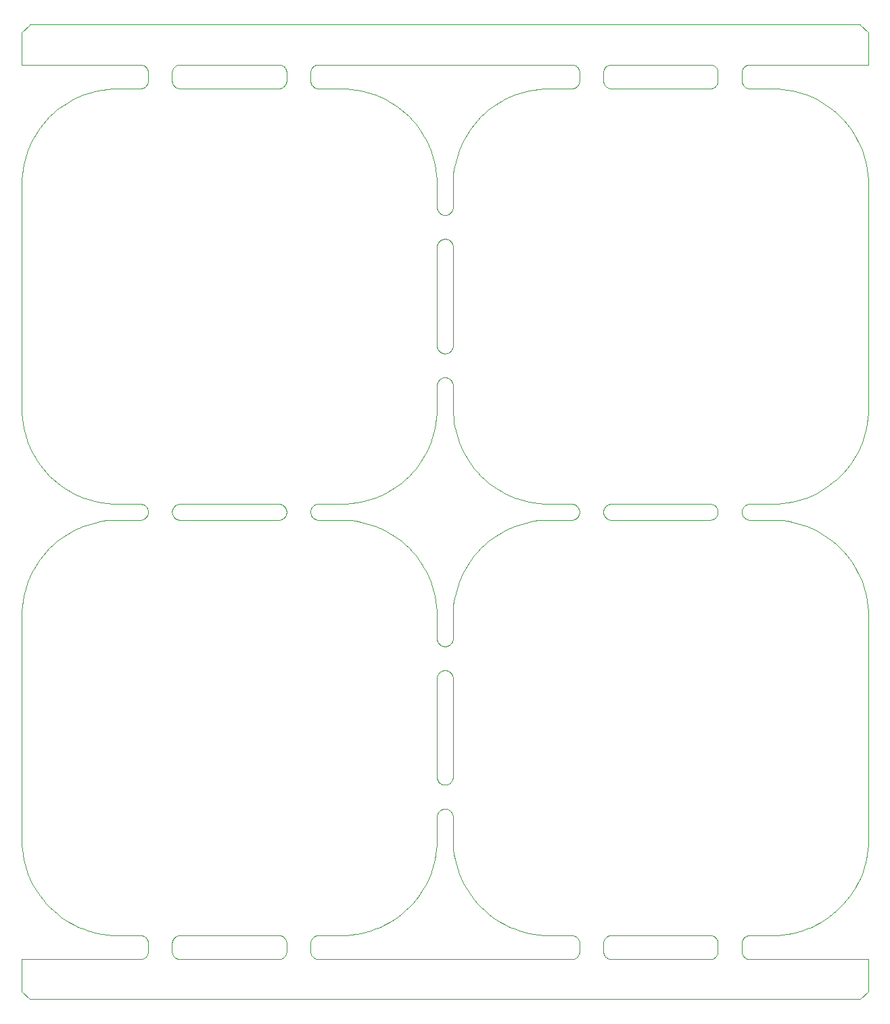
<source format=gbr>
%TF.GenerationSoftware,KiCad,Pcbnew,(6.0.0)*%
%TF.CreationDate,2022-01-02T19:47:00+01:00*%
%TF.ProjectId,VolumeKnob,566f6c75-6d65-44b6-9e6f-622e6b696361,rev?*%
%TF.SameCoordinates,Original*%
%TF.FileFunction,Profile,NP*%
%FSLAX46Y46*%
G04 Gerber Fmt 4.6, Leading zero omitted, Abs format (unit mm)*
G04 Created by KiCad (PCBNEW (6.0.0)) date 2022-01-02 19:47:00*
%MOMM*%
%LPD*%
G01*
G04 APERTURE LIST*
%TA.AperFunction,Profile*%
%ADD10C,0.100000*%
%TD*%
G04 APERTURE END LIST*
D10*
X39526309Y-77726004D02*
X39471713Y-77774280D01*
X60283230Y-23475679D02*
X60261383Y-23432276D01*
X78015530Y-118627938D02*
X78064242Y-119248028D01*
X111123706Y-130703619D02*
X111136666Y-130750450D01*
X93819092Y-132177255D02*
X93809612Y-132224913D01*
X97702481Y-130008448D02*
X97750839Y-130003685D01*
X129853184Y-119877243D02*
X129935187Y-119254322D01*
X71552507Y-127326389D02*
X72030068Y-126918515D01*
X39822948Y-76845734D02*
X39830981Y-76918168D01*
X110176274Y-23998997D02*
X97823729Y-23998999D01*
X43606754Y-77974945D02*
X43559619Y-77963138D01*
X57166033Y-76966703D02*
X57165139Y-77057579D01*
X86291629Y-75413579D02*
X86900319Y-75593610D01*
X43559619Y-132962140D02*
X43513119Y-132948035D01*
X82442533Y-127322263D02*
X82945928Y-127708860D01*
X97058388Y-130362953D02*
X97106663Y-130308357D01*
X92843606Y-77999000D02*
X89996760Y-77999084D01*
X77991557Y-92964854D02*
X77984427Y-93012919D01*
X77517961Y-114307184D02*
X77559014Y-114333181D01*
X31705430Y-75206093D02*
X32291622Y-75413579D01*
X114777479Y-23923637D02*
X114733056Y-23903946D01*
X25036558Y-68881076D02*
X25304198Y-69442405D01*
X89996760Y-77999084D02*
X89371807Y-78015542D01*
X82447493Y-26673610D02*
X81969738Y-27081659D01*
X97043205Y-76381918D02*
X97074031Y-76344357D01*
X124541632Y-79938839D02*
X123994717Y-79603690D01*
X96876297Y-21704615D02*
X96900005Y-21635701D01*
X76821745Y-57151756D02*
X76774087Y-57142276D01*
X60586282Y-130181591D02*
X60626685Y-130154595D01*
X60241692Y-23387853D02*
X60216300Y-23319542D01*
X77655641Y-110925971D02*
X77618079Y-110956797D01*
X35365348Y-24015960D02*
X34745443Y-24064838D01*
X73326383Y-82447492D02*
X72918334Y-81969737D01*
X60177048Y-132153266D02*
X60171100Y-132105039D01*
X126486014Y-72485840D02*
X126918324Y-72030282D01*
X75591951Y-121106206D02*
X75737242Y-120501413D01*
X27518784Y-126490523D02*
X27969906Y-126918498D01*
X77996319Y-43750835D02*
X77999002Y-43823726D01*
X77033296Y-57166033D02*
X76966702Y-57166033D01*
X56345584Y-132983427D02*
X56297518Y-132990556D01*
X60626685Y-132844407D02*
X60566590Y-132803177D01*
X93310350Y-23882101D02*
X93244856Y-23914066D01*
X56985740Y-130420951D02*
X57012736Y-130461353D01*
X126030269Y-126918340D02*
X126485829Y-126486031D01*
X114294950Y-132495971D02*
X114272044Y-132453117D01*
X77709036Y-56876367D02*
X77655641Y-56925968D01*
X43536283Y-21044626D02*
X43606754Y-21026052D01*
X79036672Y-122881321D02*
X79307165Y-123448408D01*
X128995989Y-16001997D02*
X25001781Y-16002028D01*
X114822815Y-130058872D02*
X114868954Y-130043630D01*
X77655641Y-56925968D02*
X77618079Y-56956794D01*
X115156397Y-21001997D02*
X129993906Y-21001566D01*
X75738685Y-66495012D02*
X75852047Y-65883828D01*
X120495019Y-24261308D02*
X119877502Y-24146857D01*
X77538648Y-111012739D02*
X77496969Y-111037720D01*
X114190391Y-23225907D02*
X114177052Y-23154260D01*
X76015575Y-97654415D02*
X76030668Y-97583117D01*
X93727959Y-76545882D02*
X93758308Y-76612141D01*
X57166332Y-130991062D02*
X57166332Y-132007941D01*
X77365298Y-96900005D02*
X77410191Y-96918600D01*
X56705979Y-130154596D02*
X56746381Y-130181592D01*
X68300629Y-78796143D02*
X67708619Y-78586500D01*
X96848243Y-77178252D02*
X96841114Y-77130187D01*
X43314703Y-77858151D02*
X43253614Y-77818409D01*
X39012916Y-23984423D02*
X38964851Y-23991553D01*
X93452746Y-23789462D02*
X93393682Y-23832153D01*
X85699371Y-75203856D02*
X86291629Y-75413579D01*
X39809609Y-23225909D02*
X39791034Y-23296381D01*
X114167529Y-130942423D02*
X114173782Y-130869813D01*
X25039366Y-85112825D02*
X24793944Y-85705312D01*
X78015531Y-35372035D02*
X77999088Y-35996764D01*
X114208965Y-23296378D02*
X114190391Y-23225907D01*
X129999179Y-133002244D02*
X129994602Y-132998673D01*
X93266947Y-130096053D02*
X93331636Y-130129617D01*
X96836351Y-130918173D02*
X96841114Y-130869815D01*
X119260978Y-129934401D02*
X119877476Y-129853146D01*
X60491489Y-77742543D02*
X60439328Y-77691647D01*
X24008997Y-21001997D02*
X38843603Y-21001997D01*
X110785414Y-23789460D02*
X110746385Y-23818406D01*
X76043628Y-97536285D02*
X76058871Y-97490146D01*
X74692942Y-123448198D02*
X74963318Y-122881345D01*
X56297518Y-76008445D02*
X56345584Y-76015575D01*
X75203772Y-31699144D02*
X74963328Y-31118678D01*
X24261308Y-33504981D02*
X24146816Y-34122756D01*
X78064241Y-34751984D02*
X78015531Y-35372035D01*
X60177048Y-77154265D02*
X60171100Y-77106039D01*
X56393242Y-130025056D02*
X56440377Y-130036863D01*
X28951401Y-80287268D02*
X28442516Y-80677750D01*
X75738636Y-87504757D02*
X75592026Y-86894077D01*
X84551831Y-79307045D02*
X83999445Y-79606966D01*
X76381920Y-39624127D02*
X76326156Y-39577205D01*
X77057580Y-39832471D02*
X77008942Y-39833664D01*
X93543703Y-21291961D02*
X93577209Y-21327154D01*
X39413714Y-132817411D02*
X39373311Y-132844407D01*
X42841110Y-77130187D02*
X42836347Y-77081829D01*
X93490308Y-76241361D02*
X93526312Y-76273993D01*
X93767330Y-21635701D02*
X93783700Y-21681452D01*
X65254550Y-75935155D02*
X65877469Y-75853140D01*
X61011069Y-76011715D02*
X61059295Y-76005767D01*
X89371781Y-75984455D02*
X89996771Y-76000912D01*
X60868950Y-77956372D02*
X60800036Y-77932664D01*
X93012920Y-76015573D02*
X93060578Y-76025052D01*
X27513986Y-81514159D02*
X27081676Y-81969717D01*
X56249161Y-21004680D02*
X56297518Y-21009443D01*
X89371781Y-129984461D02*
X89999919Y-130000980D01*
X114261387Y-130567721D02*
X114283234Y-130524317D01*
X119883848Y-75852045D02*
X120495249Y-75738636D01*
X76167845Y-39393678D02*
X76129614Y-39331633D01*
X76020022Y-93036806D02*
X76008445Y-92964854D01*
X28447689Y-26673445D02*
X27969925Y-27081484D01*
X43335695Y-132869388D02*
X43294017Y-132844407D01*
X111142280Y-23225907D02*
X111130473Y-23273043D01*
X110532631Y-130067338D02*
X110577524Y-130085933D01*
X76020022Y-39036803D02*
X76011715Y-38988927D01*
X67708619Y-78586500D02*
X67106200Y-78408048D01*
X76025054Y-43606754D02*
X76036861Y-43559619D01*
X92964854Y-130008448D02*
X93036807Y-130020025D01*
X114963196Y-77979979D02*
X114892290Y-77963140D01*
X114307185Y-76482038D02*
X114333181Y-76440985D01*
X76308352Y-114439331D02*
X76362948Y-114391055D01*
X39508507Y-130257461D02*
X39543699Y-130290967D01*
X60647370Y-77858153D02*
X60606318Y-77832156D01*
X39716766Y-23475682D02*
X39692815Y-23517960D01*
X117996790Y-23998997D02*
X115132040Y-23998698D01*
X75203856Y-122300635D02*
X75413499Y-121708625D01*
X38916493Y-130003685D02*
X38964851Y-130008448D01*
X97106663Y-132690647D02*
X97058388Y-132636051D01*
X77106037Y-60171100D02*
X77154263Y-60177048D01*
X43513119Y-132948035D02*
X43444808Y-132922643D01*
X56785411Y-130210538D02*
X56822972Y-130241364D01*
X43823725Y-77999000D02*
X43750835Y-77996317D01*
X111025486Y-21483035D02*
X111049437Y-21525314D01*
X42838432Y-21894960D02*
X42844380Y-21846733D01*
X33504751Y-24261357D02*
X32893818Y-24408035D01*
X110577524Y-23914064D02*
X110509856Y-23941125D01*
X43654412Y-77984424D02*
X43606754Y-77974945D01*
X60216300Y-23319542D02*
X60202194Y-23273042D01*
X114915785Y-130030670D02*
X114963196Y-130020023D01*
X77496969Y-60294946D02*
X77538647Y-60319927D01*
X57158886Y-76869812D02*
X57163649Y-76918170D01*
X76797858Y-111147312D02*
X76750447Y-111136665D01*
X43253614Y-130181593D02*
X43314703Y-130141851D01*
X129853147Y-34122524D02*
X129738643Y-33504751D01*
X56726346Y-77832156D02*
X56685293Y-77858152D01*
X93803998Y-23249549D02*
X93791038Y-23296381D01*
X56176271Y-76000999D02*
X56249161Y-76003682D01*
X56956794Y-130381921D02*
X56985740Y-130420951D01*
X77997810Y-38892241D02*
X77994235Y-38940701D01*
X60346923Y-130420950D02*
X60375869Y-130381921D01*
X74393020Y-124000584D02*
X74692942Y-123448198D01*
X111136666Y-21751446D02*
X111147312Y-21798857D01*
X114422794Y-130326157D02*
X114456300Y-130290965D01*
X114528287Y-76225719D02*
X114586286Y-76181591D01*
X77789463Y-110785414D02*
X77758637Y-110822976D01*
X110999490Y-130440986D02*
X111025486Y-130482039D01*
X77991555Y-56297518D02*
X77984425Y-56345584D01*
X43253614Y-77818409D02*
X43214585Y-77789463D01*
X93310350Y-132881104D02*
X93266947Y-132902951D01*
X97058388Y-23637048D02*
X97028493Y-23598741D01*
X114166335Y-21992058D02*
X114169019Y-21919168D01*
X111161568Y-21894960D02*
X111165142Y-21943420D01*
X70000328Y-128393170D02*
X70536261Y-128064751D01*
X76567718Y-111071284D02*
X76524315Y-111049436D01*
X126486032Y-81514177D02*
X126030094Y-81081507D01*
X114668367Y-132869388D02*
X114626688Y-132844407D01*
X42863334Y-130750451D02*
X42876294Y-130703620D01*
X110249164Y-76003682D02*
X110297522Y-76008445D01*
X25935120Y-83463936D02*
X25606842Y-83999648D01*
X60171100Y-76893962D02*
X60177048Y-76845736D01*
X39833365Y-130966706D02*
X39833664Y-132007941D01*
X42836347Y-77081829D02*
X42833963Y-77033296D01*
X76085930Y-56577520D02*
X76067335Y-56532628D01*
X110577524Y-132913069D02*
X110532631Y-132931665D01*
X110766077Y-77804177D02*
X110726350Y-77832156D01*
X111151760Y-76821747D02*
X111158889Y-76869812D01*
X111155619Y-77154265D02*
X111147312Y-77202141D01*
X38916493Y-21004680D02*
X38964851Y-21009443D01*
X61059295Y-130005768D02*
X61107755Y-130002193D01*
X42928715Y-21568717D02*
X42962279Y-21504028D01*
X126918341Y-27969731D02*
X126485847Y-27513986D01*
X93809612Y-132224913D02*
X93797805Y-132272048D01*
X43823726Y-132998002D02*
X43775087Y-132996809D01*
X57147309Y-21798857D02*
X57155616Y-21846733D01*
X97314706Y-77858151D02*
X97273653Y-77832155D01*
X110176274Y-77999002D02*
X97823729Y-77999000D01*
X56804381Y-77774281D02*
X56766074Y-77804177D01*
X60473687Y-21274992D02*
X60509691Y-21242360D01*
X114241695Y-23387853D02*
X114224208Y-23342518D01*
X77691647Y-97106663D02*
X77726006Y-97141023D01*
X60232670Y-132364298D02*
X60208962Y-132295384D01*
X114202198Y-130726954D02*
X114216303Y-130680455D01*
X68881076Y-74963435D02*
X69448169Y-74692954D01*
X57136662Y-21751446D02*
X57147309Y-21798857D01*
X76680453Y-57116364D02*
X76634701Y-57099994D01*
X76440983Y-114333181D02*
X76482036Y-114307184D01*
X110486880Y-130050968D02*
X110532631Y-130067338D01*
X92892245Y-23997806D02*
X92843606Y-23998999D01*
X111123706Y-77296383D02*
X111108463Y-77342522D01*
X72485822Y-72486025D02*
X72918492Y-72030087D01*
X76096050Y-93266946D02*
X76076359Y-93222523D01*
X77579053Y-93653076D02*
X77517964Y-93692818D01*
X65870838Y-78145895D02*
X65254316Y-78064819D01*
X39352626Y-23858150D02*
X39288779Y-23893291D01*
X24586486Y-67708594D02*
X24796221Y-68300849D01*
X110416886Y-132968333D02*
X110345588Y-132983427D01*
X77999084Y-118003239D02*
X78015530Y-118627938D01*
X77130187Y-111158889D02*
X77081829Y-111163652D01*
X77870386Y-110664304D02*
X77845405Y-110705982D01*
X76129612Y-56664301D02*
X76106706Y-56621447D01*
X114586286Y-130181591D02*
X114626688Y-130154595D01*
X77882104Y-39310347D02*
X77845407Y-39373311D01*
X78015543Y-64628193D02*
X78064845Y-65254550D01*
X76257458Y-97158824D02*
X76290964Y-97123632D01*
X110532631Y-132931665D02*
X110463717Y-132955373D01*
X39244853Y-77914067D02*
X39177185Y-77941128D01*
X111108463Y-77342522D02*
X111090976Y-77387858D01*
X97536286Y-21044626D02*
X97606757Y-21026052D01*
X93526312Y-23726003D02*
X93490308Y-23758635D01*
X111060627Y-76545884D02*
X111081402Y-76589810D01*
X34116165Y-75852047D02*
X34745677Y-75935180D01*
X78064242Y-119248028D02*
X78146819Y-119877217D01*
X76726953Y-96869530D02*
X76774089Y-96857723D01*
X77538650Y-96987263D02*
X77579052Y-97014259D01*
X93727959Y-132453117D02*
X93705053Y-132495971D01*
X110643018Y-77882103D02*
X110599615Y-77903950D01*
X60939422Y-77974947D02*
X60868950Y-77956372D01*
X57090972Y-132386859D02*
X57060623Y-132453117D01*
X57142276Y-23225907D02*
X57130469Y-23273043D01*
X93819092Y-76821745D02*
X93826221Y-76869810D01*
X96987263Y-21462349D02*
X97014259Y-21421947D01*
X43014256Y-77579050D02*
X42974513Y-77517962D01*
X76524314Y-114283233D02*
X76589808Y-114251268D01*
X76750447Y-114196005D02*
X76797858Y-114185358D01*
X126030094Y-81081507D02*
X125552534Y-80673632D01*
X39060574Y-21026052D02*
X39107710Y-21037859D01*
X81969738Y-27081659D02*
X81513993Y-27514153D01*
X77956371Y-56463714D02*
X77941128Y-56509853D01*
X111166335Y-130991062D02*
X111166335Y-132007941D01*
X126918324Y-72030282D02*
X127322264Y-71557467D01*
X85705301Y-78793955D02*
X85118924Y-79036564D01*
X38988927Y-77988284D02*
X38940701Y-77994232D01*
X77637052Y-93608947D02*
X77579053Y-93653076D01*
X111161568Y-130893963D02*
X111165142Y-130942423D01*
X96928719Y-23432278D02*
X96909027Y-23387855D01*
X93490308Y-130241366D02*
X93526312Y-130273998D01*
X114294950Y-23496966D02*
X114261387Y-23432276D01*
X29469386Y-25931678D02*
X28951401Y-26287262D01*
X39767326Y-132364298D02*
X39748731Y-132409191D01*
X39791034Y-23296381D02*
X39775792Y-23342520D01*
X114822815Y-23941125D02*
X114777479Y-23923637D01*
X114333181Y-77559016D02*
X114294950Y-77496971D01*
X43606754Y-23974943D02*
X43559619Y-23963136D01*
X77949035Y-97513123D02*
X77963140Y-97559622D01*
X93680072Y-132537650D02*
X93653076Y-132578052D01*
X129413506Y-121708625D02*
X129590213Y-121112391D01*
X76167845Y-93393681D02*
X76141848Y-93352628D01*
X114251269Y-21590808D02*
X114272044Y-21546882D01*
X43294017Y-132844407D02*
X43233922Y-132803177D01*
X111136666Y-130750450D02*
X111147312Y-130797861D01*
X42833664Y-132007941D02*
X42833963Y-130966706D01*
X129413514Y-32291399D02*
X129203779Y-31699144D01*
X78588568Y-86285295D02*
X78408049Y-86893799D01*
X77273046Y-111130472D02*
X77225911Y-111142279D01*
X35365362Y-129984040D02*
X36003210Y-130001002D01*
X60647371Y-76141848D02*
X60689649Y-76117898D01*
X115011073Y-76011715D02*
X115059299Y-76005767D01*
X77249550Y-114196005D02*
X77319545Y-114216303D01*
X83999649Y-74393151D02*
X84551808Y-74692942D01*
X56486876Y-130050968D02*
X56532628Y-130067338D01*
X115059299Y-76005767D02*
X115132040Y-76001298D01*
X77963140Y-43559619D02*
X77974947Y-43606754D01*
X25307158Y-123448408D02*
X25606960Y-124000561D01*
X76326156Y-39577205D02*
X76273995Y-39526309D01*
X76106708Y-39288779D02*
X76085932Y-39244853D01*
X110249164Y-21004680D02*
X110297522Y-21009443D01*
X76036861Y-43559619D02*
X76050967Y-43513119D01*
X77387857Y-57090972D02*
X77342521Y-57108460D01*
X81085965Y-126034919D02*
X81518791Y-126490523D01*
X93680072Y-76461350D02*
X93705053Y-76503028D01*
X114822815Y-76058871D02*
X114892290Y-76036862D01*
X57166332Y-23008936D02*
X57165139Y-23057574D01*
X110999490Y-132558017D02*
X110956798Y-132617081D01*
X76589809Y-57081399D02*
X76545882Y-57060623D01*
X60185355Y-130797861D02*
X60202194Y-130726954D01*
X93393682Y-21168842D02*
X93452746Y-21211534D01*
X96857723Y-77225910D02*
X96848243Y-77178252D01*
X93154212Y-76050965D02*
X93222524Y-76076357D01*
X125552331Y-26673461D02*
X125053868Y-26290985D01*
X25304198Y-69442405D02*
X25606960Y-70000555D01*
X24064811Y-65254290D02*
X24146812Y-65877211D01*
X114689653Y-77882104D02*
X114647374Y-77858153D01*
X76991061Y-93833667D02*
X76942422Y-93832474D01*
X61011069Y-23988281D02*
X60963193Y-23979974D01*
X111155619Y-130845737D02*
X111161568Y-130893963D01*
X43654412Y-21016572D02*
X43702478Y-21009443D01*
X56705979Y-76154594D02*
X56746382Y-76181590D01*
X121708378Y-78586420D02*
X121105955Y-78407980D01*
X114307185Y-130482039D02*
X114346927Y-130420950D01*
X60406696Y-21345356D02*
X60439328Y-21309352D01*
X24407967Y-121105928D02*
X24586405Y-121708352D01*
X77637052Y-39608944D02*
X77598745Y-39638839D01*
X56532628Y-23932659D02*
X56463714Y-23956368D01*
X39593300Y-23655640D02*
X39560668Y-23691644D01*
X77774283Y-93471716D02*
X77726007Y-93526312D01*
X125552534Y-80673632D02*
X125054079Y-80291145D01*
X76050965Y-56486876D02*
X76036860Y-56440377D01*
X93266947Y-132902951D02*
X93199963Y-132931665D01*
X56249161Y-132995319D02*
X56176270Y-132998002D01*
X110486880Y-76050967D02*
X110532631Y-76067337D01*
X129590213Y-121112391D02*
X129739953Y-120488676D01*
X39012916Y-21016572D02*
X39060574Y-21026052D01*
X123448409Y-74692835D02*
X124000562Y-74393033D01*
X77319545Y-111116367D02*
X77273046Y-111130472D01*
X110664304Y-76129613D02*
X110705983Y-76154594D01*
X60294946Y-21504028D02*
X60319927Y-21462349D01*
X56463713Y-132955373D02*
X56416882Y-132968333D01*
X77342523Y-42891536D02*
X77387859Y-42909024D01*
X60939422Y-21026052D02*
X60987080Y-21016572D01*
X76273995Y-43141020D02*
X76308354Y-43106660D01*
X96909027Y-132386859D02*
X96891540Y-132341523D01*
X93508510Y-132741544D02*
X93471716Y-132773282D01*
X97422479Y-77914067D02*
X97356985Y-77882102D01*
X77517964Y-39692815D02*
X77475685Y-39716766D01*
X56685293Y-23858148D02*
X56621447Y-23893289D01*
X76326156Y-97090126D02*
X76362950Y-97058387D01*
X61083503Y-77996319D02*
X61011069Y-77988286D01*
X93767330Y-132364298D02*
X93748734Y-132409191D01*
X42848240Y-23178251D02*
X42841110Y-23130185D01*
X77932663Y-110532631D02*
X77914068Y-110577524D01*
X96833966Y-21967701D02*
X96838435Y-21894960D01*
X97750839Y-130003685D02*
X97823729Y-130001002D01*
X24998210Y-137997169D02*
X25004011Y-137998002D01*
X80673617Y-71552507D02*
X81081666Y-72030262D01*
X110321598Y-77988286D02*
X110249164Y-77996318D01*
X42962279Y-132495971D02*
X42928715Y-132431282D01*
X57090972Y-21613140D02*
X57108460Y-21658476D01*
X25039372Y-122887192D02*
X25307158Y-123448408D01*
X60668363Y-130129614D02*
X60711217Y-130106708D01*
X97823729Y-77999000D02*
X97750839Y-77996317D01*
X78146860Y-65877469D02*
X78262791Y-66501547D01*
X76893962Y-93828899D02*
X76845736Y-93822951D01*
X76058869Y-114822814D02*
X76076357Y-114777478D01*
X60868950Y-132955373D02*
X60800036Y-132931665D01*
X56664301Y-130129615D02*
X56705979Y-130154596D01*
X57161564Y-21894960D02*
X57165139Y-21943420D01*
X76167843Y-110726349D02*
X76141847Y-110685296D01*
X39331633Y-130129617D02*
X39373311Y-130154598D01*
X80290992Y-82946138D02*
X79931678Y-83469404D01*
X97467372Y-21068334D02*
X97536286Y-21044626D01*
X60190387Y-76774089D02*
X60208962Y-76703618D01*
X76106707Y-43378549D02*
X76129613Y-43335695D01*
X57060623Y-76545884D02*
X57081399Y-76589810D01*
X77984425Y-56345584D02*
X77969331Y-56416882D01*
X76058871Y-93177188D02*
X76043629Y-93131049D01*
X97141023Y-21274992D02*
X97195619Y-21226717D01*
X76440985Y-93666821D02*
X76401257Y-93638842D01*
X77726006Y-97141023D02*
X77758639Y-97177027D01*
X93716769Y-23475682D02*
X93692818Y-23517960D01*
X76003682Y-97750838D02*
X76008445Y-97702481D01*
X43513119Y-77949032D02*
X43467368Y-77932662D01*
X39809609Y-21775086D02*
X39819088Y-21822744D01*
X43559619Y-77963138D02*
X43513119Y-77949032D01*
X60261383Y-21568717D02*
X60294946Y-21504028D01*
X97195619Y-77774280D02*
X97158825Y-77742541D01*
X60171100Y-130893963D02*
X60177048Y-130845737D01*
X57161564Y-77106039D02*
X57155616Y-77154265D01*
X93826221Y-132129189D02*
X93819092Y-132177255D01*
X80291130Y-125054057D02*
X80673617Y-125552513D01*
X76567719Y-96928718D02*
X76634703Y-96900005D01*
X43074028Y-130344361D02*
X43106660Y-130308357D01*
X97356985Y-21118895D02*
X97400388Y-21097048D01*
X92964854Y-132990556D02*
X92916496Y-132995319D01*
X75935758Y-34751971D02*
X75853181Y-34122782D01*
X24064838Y-119254556D02*
X24146853Y-119877475D01*
X32291399Y-24586486D02*
X31699144Y-24796221D01*
X114173782Y-132129189D02*
X114169019Y-132080831D01*
X76545884Y-42939373D02*
X76589810Y-42918597D01*
X77691648Y-93560671D02*
X77637052Y-93608947D01*
X78408049Y-86893799D02*
X78261315Y-87504987D01*
X92916496Y-132995319D02*
X92843606Y-132998002D01*
X111165142Y-21943420D02*
X111166335Y-21992058D01*
X77991555Y-110297521D02*
X77984425Y-110345587D01*
X97513123Y-132948035D02*
X97444811Y-132922643D01*
X86291381Y-129413505D02*
X86894052Y-129592025D01*
X79606967Y-70000555D02*
X79935113Y-70536041D01*
X42841110Y-76869811D02*
X42848240Y-76821745D01*
X39758304Y-130612146D02*
X39775792Y-130657481D01*
X85699151Y-24796221D02*
X85118685Y-25036665D01*
X42841110Y-132129189D02*
X42836347Y-132080831D01*
X42848240Y-77178252D02*
X42841110Y-77130187D01*
X43058384Y-21363948D02*
X43106660Y-21309352D01*
X60528283Y-77774282D02*
X60491489Y-77742543D01*
X24796137Y-31699364D02*
X24586414Y-32291622D01*
X114241695Y-76612143D02*
X114272044Y-76545884D01*
X76076359Y-93222523D02*
X76058871Y-93177188D01*
X60319927Y-130461353D02*
X60346923Y-130420950D01*
X77994235Y-38940701D02*
X77984427Y-39012916D01*
X97233926Y-21196822D02*
X97294020Y-21155592D01*
X110841178Y-23742538D02*
X110785414Y-23789460D01*
X125547264Y-127330531D02*
X126030269Y-126918340D01*
X117996792Y-76000999D02*
X118621650Y-75984718D01*
X43750835Y-130003685D02*
X43823725Y-130001002D01*
X34745416Y-129935158D02*
X35365362Y-129984040D01*
X76589811Y-39748731D02*
X76524317Y-39716766D01*
X77969331Y-56416882D02*
X77956371Y-56463714D01*
X43678401Y-132987286D02*
X43606754Y-132973947D01*
X114892290Y-132962140D02*
X114845791Y-132948035D01*
X34745443Y-78064844D02*
X34116152Y-78147954D01*
X92843606Y-23998999D02*
X90003206Y-23999000D01*
X42876294Y-21704615D02*
X42900002Y-21635701D01*
X75413507Y-32291399D02*
X75203772Y-31699144D01*
X129203779Y-85699150D02*
X128960628Y-85112813D01*
X93244856Y-23914066D02*
X93177188Y-23941127D01*
X114606321Y-77832156D02*
X114566594Y-77804177D01*
X93748734Y-130589814D02*
X93767330Y-130634706D01*
X93624130Y-132617081D02*
X93593304Y-132654643D01*
X38964851Y-130008448D02*
X39012916Y-130015578D01*
X76503030Y-42962279D02*
X76545884Y-42939373D01*
X77432282Y-42928715D02*
X77475685Y-42950563D01*
X97233926Y-23804174D02*
X97177027Y-23758635D01*
X76845734Y-114177051D02*
X76918168Y-114169018D01*
X76774089Y-42857720D02*
X76821747Y-42848240D01*
X61107755Y-76002192D02*
X61156393Y-76000999D01*
X110876371Y-77709037D02*
X110841178Y-77742543D01*
X96869530Y-77273046D02*
X96857723Y-77225910D01*
X74393033Y-29999438D02*
X74064745Y-29463732D01*
X114892290Y-21037859D02*
X114939425Y-21026052D01*
X121105929Y-129592032D02*
X121702216Y-129415498D01*
X96918601Y-76589809D02*
X96939376Y-76545882D01*
X130001003Y-17007134D02*
X129998471Y-16998526D01*
X69442393Y-25304193D02*
X68881100Y-25036569D01*
X57130469Y-23273043D02*
X57116364Y-23319542D01*
X77949035Y-93154212D02*
X77923643Y-93222524D01*
X128963442Y-31118917D02*
X128692961Y-30551824D01*
X78015531Y-89372041D02*
X77999026Y-89999918D01*
X42857720Y-77225910D02*
X42848240Y-77178252D01*
X76011713Y-61011069D02*
X76025052Y-60939422D01*
X96869530Y-76726952D02*
X96883635Y-76680453D01*
X60319927Y-21462349D02*
X60346923Y-21421947D01*
X42836347Y-132080831D02*
X42833664Y-132007941D01*
X76420949Y-43014256D02*
X76461351Y-42987260D01*
X77832155Y-56726346D02*
X77804175Y-56766074D01*
X76043627Y-110463716D02*
X76030667Y-110416885D01*
X74963435Y-85118923D02*
X74695795Y-84557594D01*
X127708861Y-125054078D02*
X128061167Y-124541631D01*
X93577209Y-76326154D02*
X93608947Y-76362948D01*
X110909877Y-23673840D02*
X110876371Y-23709032D01*
X88122531Y-78146859D02*
X87498453Y-78262790D01*
X60586282Y-23818405D02*
X60547253Y-23789459D01*
X115156397Y-132998002D02*
X115107759Y-132996809D01*
X60307181Y-76482038D02*
X60346924Y-76420949D01*
X77655641Y-60406696D02*
X77709035Y-60456297D01*
X43654412Y-130015578D02*
X43702478Y-130008448D01*
X76015575Y-43654412D02*
X76025054Y-43606754D01*
X111158889Y-76869812D02*
X111163652Y-76918170D01*
X77178253Y-57151756D02*
X77130187Y-57158886D01*
X43444808Y-132922643D02*
X43378549Y-132892294D01*
X42950563Y-77475683D02*
X42928715Y-77432280D01*
X60822811Y-130058872D02*
X60868950Y-130043630D01*
X39452743Y-132788465D02*
X39413714Y-132817411D01*
X56971507Y-23598739D02*
X56925968Y-23655638D01*
X97606757Y-132973947D02*
X97559622Y-132962140D01*
X42962279Y-21504028D02*
X42987260Y-21462349D01*
X97654415Y-76015573D02*
X97702481Y-76008443D01*
X76096049Y-110599614D02*
X76076357Y-110555191D01*
X56925968Y-76344358D02*
X56956794Y-76381920D01*
X93738616Y-23432278D02*
X93716769Y-23475682D01*
X27514153Y-72486007D02*
X27969711Y-72918317D01*
X56532628Y-130067338D02*
X56577520Y-130085933D01*
X39154209Y-132948035D02*
X39107710Y-132962140D01*
X114509695Y-23758633D02*
X114456300Y-23709032D01*
X122300636Y-78796143D02*
X121708378Y-78586420D01*
X93577209Y-21327154D02*
X93624130Y-21382918D01*
X24064813Y-34745677D02*
X24015524Y-35372035D01*
X24260049Y-66488683D02*
X24409791Y-67112397D01*
X93154212Y-132948035D02*
X93107713Y-132962140D01*
X43654412Y-76015573D02*
X43702478Y-76008443D01*
X56532628Y-21068334D02*
X56577520Y-21086930D01*
X72486007Y-126485846D02*
X72918317Y-126030288D01*
X60171100Y-23106034D02*
X60166631Y-23033293D01*
X56297518Y-132990556D02*
X56249161Y-132995319D01*
X97177027Y-132757639D02*
X97141023Y-132725007D01*
X111090976Y-132386859D02*
X111060627Y-132453117D01*
X76726953Y-42869527D02*
X76774089Y-42857720D01*
X97253618Y-76181589D02*
X97294020Y-76154593D01*
X76589808Y-114251268D02*
X76634701Y-114232673D01*
X39433406Y-23804174D02*
X39393678Y-23832153D01*
X97273653Y-77832155D02*
X97233926Y-77804175D01*
X86893825Y-78408041D02*
X86297791Y-78584507D01*
X60915782Y-23969327D02*
X60868950Y-23956367D01*
X76257458Y-93508510D02*
X76225719Y-93471716D01*
X93084218Y-23969329D02*
X93012920Y-23984423D01*
X129996665Y-137003339D02*
X130000810Y-136996679D01*
X129984477Y-89372067D02*
X129935189Y-88745709D01*
X42848240Y-132177255D02*
X42841110Y-132129189D01*
X96928719Y-132431282D02*
X96909027Y-132386859D01*
X111049437Y-21525314D02*
X111071284Y-21568717D01*
X57116364Y-130680456D02*
X57130469Y-130726955D01*
X129739953Y-66488670D02*
X129853184Y-65877237D01*
X57037717Y-130503031D02*
X57060623Y-130545885D01*
X39131046Y-130043632D02*
X39177185Y-130058874D01*
X60777476Y-23923637D02*
X60733053Y-23903946D01*
X57071281Y-21568717D02*
X57090972Y-21613140D01*
X77154265Y-42844380D02*
X77202142Y-42852687D01*
X97583117Y-77969331D02*
X97536286Y-77956371D01*
X130001003Y-133008002D02*
X129999179Y-133002244D01*
X93653076Y-21421947D02*
X93692818Y-21483035D01*
X93767330Y-23365295D02*
X93738616Y-23432278D01*
X75592026Y-86894077D02*
X75413588Y-86291653D01*
X110369475Y-77979978D02*
X110321598Y-77988286D01*
X43467368Y-77932662D02*
X43400385Y-77903949D01*
X77999088Y-35996764D02*
X77999003Y-38843603D01*
X43467368Y-76067335D02*
X43513120Y-76050965D01*
X110893340Y-76308354D02*
X110925972Y-76344358D01*
X76025053Y-56393242D02*
X76015573Y-56345584D01*
X97378553Y-132892294D02*
X97335699Y-132869388D01*
X60177048Y-130845737D02*
X60185355Y-130797861D01*
X76657478Y-93775795D02*
X76612143Y-93758307D01*
X93705053Y-130503033D02*
X93727959Y-130545887D01*
X57142276Y-130774090D02*
X57155616Y-130845737D01*
X114169019Y-77081831D02*
X114166335Y-76991061D01*
X76869812Y-42841110D02*
X76918170Y-42836347D01*
X111090976Y-23387854D02*
X111060627Y-23454112D01*
X97823729Y-23998999D02*
X97775091Y-23997805D01*
X76326154Y-60422791D02*
X76362948Y-60391052D01*
X67106200Y-78408048D02*
X66501407Y-78262757D01*
X56345584Y-21016572D02*
X56393242Y-21026052D01*
X115035149Y-21009443D02*
X115083507Y-21004680D01*
X67708594Y-129413513D02*
X68300849Y-129203778D01*
X114733056Y-23903946D02*
X114689653Y-23882098D01*
X77845407Y-39373311D02*
X77818411Y-39413714D01*
X77870388Y-43335695D02*
X77893294Y-43378549D01*
X60987080Y-21016572D02*
X61035145Y-21009443D01*
X43074028Y-77655641D02*
X43043202Y-77618079D01*
X60177048Y-23154260D02*
X60171100Y-23106034D01*
X93727959Y-130545887D02*
X93748734Y-130589814D01*
X43559619Y-23963136D02*
X43513120Y-23949031D01*
X61059295Y-132993235D02*
X61011069Y-132987286D01*
X75984470Y-35372061D02*
X75935758Y-34751971D01*
X110176274Y-130001000D02*
X110249164Y-130003684D01*
X122294583Y-75206089D02*
X122887193Y-74960621D01*
X126030094Y-27081501D02*
X125552331Y-26673461D01*
X39222520Y-130076362D02*
X39266943Y-130096053D01*
X60375869Y-132617081D02*
X60333178Y-132558017D01*
X93433409Y-132803177D02*
X93393682Y-132831157D01*
X42950563Y-23475681D02*
X42918597Y-23410187D01*
X114375873Y-130381921D02*
X114422794Y-130326157D01*
X56440377Y-21037859D02*
X56486877Y-21051964D01*
X126913961Y-126035005D02*
X127326539Y-125552330D01*
X97014259Y-132578052D02*
X96987263Y-132537650D01*
X89996771Y-76000912D02*
X92843606Y-76000997D01*
X42876294Y-132295384D02*
X42863334Y-132248553D01*
X110746385Y-76181590D02*
X110785414Y-76210536D01*
X79034025Y-31124833D02*
X78796144Y-31699364D01*
X114319931Y-23538644D02*
X114294950Y-23496966D01*
X43400385Y-77903949D02*
X43356982Y-77882102D01*
X42962279Y-130503033D02*
X43000510Y-130440988D01*
X93131049Y-77956370D02*
X93060577Y-77974944D01*
X115107759Y-132996809D02*
X115035149Y-132990556D01*
X78584508Y-67702209D02*
X78793956Y-68294699D01*
X32894045Y-129592025D02*
X33504981Y-129738691D01*
X97422479Y-23914066D02*
X97378553Y-23893290D01*
X39775792Y-130657481D02*
X39797802Y-130726957D01*
X111037721Y-132495971D02*
X110999490Y-132558017D01*
X114169019Y-21919168D02*
X114173782Y-21870810D01*
X93060578Y-76025052D02*
X93107713Y-76036859D01*
X93814644Y-21798857D02*
X93822951Y-21846733D01*
X23998997Y-133008002D02*
X23998997Y-136992865D01*
X88745423Y-75935152D02*
X89371781Y-75984455D01*
X114963196Y-76020022D02*
X115011073Y-76011715D01*
X39767326Y-21635701D02*
X39783696Y-21681452D01*
X93131049Y-23956369D02*
X93084218Y-23969329D01*
X110971510Y-77598744D02*
X110941615Y-77637051D01*
X96900005Y-76634701D02*
X96918601Y-76589809D01*
X57130469Y-76726953D02*
X57142276Y-76774089D01*
X43444808Y-23923639D02*
X43400385Y-23903947D01*
X76005765Y-61059295D02*
X76011713Y-61011069D01*
X78407981Y-32894045D02*
X78261315Y-33504981D01*
X77742542Y-56841175D02*
X77709036Y-56876367D01*
X39107710Y-77963137D02*
X39060574Y-77974944D01*
X92940704Y-77994232D02*
X92892244Y-77997807D01*
X56858976Y-21274992D02*
X56909873Y-21327154D01*
X77991556Y-43702478D02*
X77996319Y-43750835D01*
X77923643Y-39222521D02*
X77903952Y-39266943D01*
X39413714Y-76181588D02*
X39471713Y-76225717D01*
X110785414Y-130210538D02*
X110822976Y-130241364D01*
X57165139Y-132056579D02*
X57158886Y-132129189D01*
X56858976Y-76273995D02*
X56893336Y-76308354D01*
X60439328Y-76308355D02*
X60473687Y-76273995D01*
X97000513Y-23559013D02*
X96962282Y-23496968D01*
X93452746Y-21211534D02*
X93508510Y-21258455D01*
X93638842Y-23598741D02*
X93608947Y-23637048D01*
X76440983Y-110999489D02*
X76401255Y-110971510D01*
X56440377Y-130036863D02*
X56486876Y-130050968D01*
X57081399Y-76589810D02*
X57099994Y-76634703D01*
X77618079Y-110956797D02*
X77579050Y-110985743D01*
X92940704Y-21006764D02*
X92988931Y-21012713D01*
X110176274Y-21001997D02*
X110249164Y-21004680D01*
X43356982Y-21118895D02*
X43422476Y-21086930D01*
X42987260Y-21462349D02*
X43028489Y-21402255D01*
X82447493Y-80673616D02*
X81969738Y-81081665D01*
X38867960Y-76001296D02*
X38916493Y-76003680D01*
X24409791Y-67112397D02*
X24586486Y-67708594D01*
X57108460Y-132341523D02*
X57090972Y-132386859D01*
X43606754Y-132973947D02*
X43559619Y-132962140D01*
X97444811Y-132922643D02*
X97378553Y-132892294D01*
X122881107Y-79036575D02*
X122300636Y-78796143D01*
X76440985Y-39666818D02*
X76381920Y-39624127D01*
X76008445Y-43702478D02*
X76015575Y-43654412D01*
X56766074Y-77804177D02*
X56726346Y-77832156D01*
X43378549Y-132892294D02*
X43335695Y-132869388D01*
X60626685Y-130154595D02*
X60668363Y-130129614D01*
X86291406Y-24586486D02*
X85699151Y-24796221D01*
X77618079Y-56956794D02*
X77579050Y-56985740D01*
X39833664Y-21992058D02*
X39833365Y-23033295D01*
X97823729Y-132998002D02*
X97775091Y-132996809D01*
X60586282Y-21182588D02*
X60626685Y-21155592D01*
X42928715Y-132431282D02*
X42909024Y-132386859D01*
X76129614Y-39331633D02*
X76106708Y-39288779D01*
X64000081Y-23999019D02*
X61132036Y-23998698D01*
X76058869Y-110509855D02*
X76043627Y-110463716D01*
X97490147Y-77941128D02*
X97422479Y-77914067D01*
X39819088Y-23178251D02*
X39809609Y-23225909D01*
X24000964Y-133002046D02*
X23998997Y-133008002D01*
X130000919Y-64003229D02*
X130001000Y-36003271D01*
X128960628Y-85112813D02*
X128692842Y-84551597D01*
X114346927Y-130420950D02*
X114375873Y-130381921D01*
X97559622Y-132962140D02*
X97513123Y-132948035D01*
X77008942Y-39833664D02*
X76918170Y-39830981D01*
X60307181Y-23517958D02*
X60283230Y-23475679D01*
X60180908Y-21822744D02*
X60190387Y-21775086D01*
X114294950Y-21504028D02*
X114319931Y-21462349D01*
X114261387Y-77432281D02*
X114241695Y-77387858D01*
X114547257Y-21211534D02*
X114586286Y-21182588D01*
X77579050Y-56985740D02*
X77517962Y-57025483D01*
X96939376Y-76545882D02*
X96962282Y-76503028D01*
X77202142Y-93814644D02*
X77154266Y-93822951D01*
X24793944Y-85705312D02*
X24586414Y-86291628D01*
X92988931Y-21012713D02*
X93060578Y-21026052D01*
X56393242Y-23974942D02*
X56345584Y-23984421D01*
X56785411Y-23789460D02*
X56726346Y-23832152D01*
X56664301Y-21130611D02*
X56705979Y-21155592D01*
X93199963Y-132931665D02*
X93154212Y-132948035D01*
X56925968Y-23655638D02*
X56876367Y-23709032D01*
X56956794Y-132617081D02*
X56909873Y-132672845D01*
X93413717Y-130181594D02*
X93452746Y-130210540D01*
X77845405Y-110705982D02*
X77818409Y-110746385D01*
X77858151Y-56685293D02*
X77832155Y-56726346D01*
X110909877Y-77673845D02*
X110876371Y-77709037D01*
X25935120Y-29463930D02*
X25606842Y-29999642D01*
X78408042Y-121106181D02*
X78586493Y-121708600D01*
X43750835Y-76003681D02*
X43823726Y-76000997D01*
X93310350Y-76117895D02*
X93352629Y-76141846D01*
X57025483Y-132516964D02*
X56999486Y-132558017D01*
X77579052Y-97014259D02*
X77618081Y-97043205D01*
X60439328Y-21309352D02*
X60473687Y-21274992D01*
X76058871Y-97490146D02*
X76085932Y-97422478D01*
X39012916Y-130015578D02*
X39060574Y-130025058D01*
X114473691Y-132725007D02*
X114439331Y-132690647D01*
X76043629Y-93131049D02*
X76030669Y-93084217D01*
X93352629Y-76141846D02*
X93393682Y-76167843D01*
X129935187Y-119254322D02*
X129984462Y-118628225D01*
X77999001Y-110176274D02*
X77996317Y-110249164D01*
X32893818Y-24408035D02*
X32291399Y-24586486D01*
X57165139Y-21943420D02*
X57166332Y-21992058D01*
X123994717Y-79603690D02*
X123448199Y-79307057D01*
X66495242Y-129738642D02*
X67106175Y-129591964D01*
X114166634Y-132032298D02*
X114166335Y-130991061D01*
X92892244Y-77997807D02*
X92843606Y-77999000D01*
X23998997Y-36003276D02*
X23999086Y-64003303D01*
X61132036Y-21002295D02*
X92867963Y-21002295D01*
X93803998Y-21751446D02*
X93814644Y-21798857D01*
X87504988Y-129738691D02*
X88122763Y-129853183D01*
X110925972Y-21345356D02*
X110956798Y-21382918D01*
X110841178Y-77742543D02*
X110804384Y-77774281D01*
X57163649Y-76918170D02*
X57166033Y-76966703D01*
X111147312Y-130797861D02*
X111155619Y-130845737D01*
X66501407Y-78262757D02*
X65870838Y-78145895D01*
X85693159Y-129201387D02*
X86291381Y-129413505D01*
X77475685Y-39716766D02*
X77432282Y-39738613D01*
X56621447Y-77893293D02*
X56577520Y-77914069D01*
X56532628Y-76067337D02*
X56577521Y-76085932D01*
X114202198Y-21727951D02*
X114216303Y-21681452D01*
X72918334Y-81969737D02*
X72485840Y-81513992D01*
X60777476Y-21077356D02*
X60845787Y-21051964D01*
X77903952Y-39266943D02*
X77882104Y-39310347D01*
X96833966Y-76966702D02*
X96836351Y-76918168D01*
X110956798Y-21382918D02*
X110985744Y-21421947D01*
X34116152Y-78147954D02*
X33504751Y-78261363D01*
X77154263Y-60177048D02*
X77225910Y-60190387D01*
X25606960Y-70000555D02*
X25935106Y-70536041D01*
X29999438Y-25606960D02*
X29469386Y-25931678D01*
X129738643Y-87504757D02*
X129591965Y-86893824D01*
X60391052Y-23637046D02*
X60361157Y-23598739D01*
X111151760Y-132177255D02*
X111142280Y-132224913D01*
X114241695Y-77387858D02*
X114224208Y-77342523D01*
X61107755Y-130002193D02*
X61156393Y-130001000D01*
X60185355Y-132201142D02*
X60177048Y-132153266D01*
X89371807Y-78015542D02*
X88745450Y-78064844D01*
X77932665Y-97467371D02*
X77949035Y-97513123D01*
X60456297Y-132708038D02*
X60422791Y-132672845D01*
X76545882Y-57060623D02*
X76503028Y-57037717D01*
X93775795Y-76657476D02*
X93791038Y-76703615D01*
X114173782Y-21870810D02*
X114180911Y-21822744D01*
X92892245Y-76002190D02*
X92940704Y-76005765D01*
X81513993Y-27514153D02*
X81081508Y-27969906D01*
X69448192Y-79307057D02*
X68881339Y-79036681D01*
X77963140Y-97559622D02*
X77974947Y-97606757D01*
X96838435Y-21894960D02*
X96844384Y-21846733D01*
X57108460Y-77342522D02*
X57090972Y-77387858D01*
X110999490Y-77559016D02*
X110971510Y-77598744D01*
X56876367Y-77709037D02*
X56841175Y-77742543D01*
X43294017Y-23845403D02*
X43253615Y-23818407D01*
X57155616Y-130845737D02*
X57161564Y-130893963D01*
X93393682Y-23832153D02*
X93352629Y-23858150D01*
X88745684Y-129935186D02*
X89371781Y-129984461D01*
X114216303Y-130680455D02*
X114232673Y-130634704D01*
X56726346Y-132831157D02*
X56685293Y-132857153D01*
X72914035Y-27965080D02*
X72481209Y-27509476D01*
X43702478Y-76008443D02*
X43750835Y-76003681D01*
X114216303Y-21681452D02*
X114232673Y-21635701D01*
X76524316Y-96950566D02*
X76567719Y-96928718D01*
X78793956Y-68294699D02*
X79036565Y-68881076D01*
X39543699Y-21291961D02*
X39577205Y-21327154D01*
X97141023Y-130273998D02*
X97195619Y-130225722D01*
X42838432Y-130893965D02*
X42844380Y-130845739D01*
X118627965Y-78015530D02*
X118003236Y-77999087D01*
X76845734Y-111155619D02*
X76797858Y-111147312D01*
X77914067Y-114755146D02*
X77932662Y-114800039D01*
X93705053Y-76503028D02*
X93727959Y-76545882D01*
X68881315Y-128963334D02*
X69448402Y-128692841D01*
X60439328Y-77691647D02*
X60391052Y-77637051D01*
X115132040Y-130001299D02*
X117996793Y-130000999D01*
X43028489Y-130401260D02*
X43074028Y-130344361D01*
X38867960Y-77998701D02*
X36003207Y-77999000D01*
X39244853Y-21086930D02*
X39288779Y-21107705D01*
X77949035Y-43513120D02*
X77963140Y-43559619D01*
X77517962Y-57025483D02*
X77475683Y-57049433D01*
X76524317Y-39716766D02*
X76482038Y-39692815D01*
X110621450Y-130106709D02*
X110664304Y-130129615D01*
X39822948Y-132153266D02*
X39814641Y-132201142D01*
X38964851Y-23991553D02*
X38916493Y-23996316D01*
X64003239Y-76000915D02*
X64628193Y-75984457D01*
X122300636Y-24796137D02*
X121708378Y-24586414D01*
X93692818Y-23517960D02*
X93666822Y-23559013D01*
X111161568Y-77106039D02*
X111155619Y-77154265D01*
X78064845Y-65254550D02*
X78146860Y-65877469D01*
X110785414Y-21211534D02*
X110822976Y-21242360D01*
X77387859Y-42909024D02*
X77432282Y-42928715D01*
X76141847Y-110685296D02*
X76117896Y-110643017D01*
X56577521Y-76085932D02*
X56621447Y-76106707D01*
X79606980Y-29999415D02*
X79310170Y-30545882D01*
X76942422Y-93832474D02*
X76893962Y-93828899D01*
X129006341Y-16006335D02*
X129001790Y-16002830D01*
X43750835Y-77996317D02*
X43702478Y-77991554D01*
X39199960Y-76067335D02*
X39266943Y-76096048D01*
X114892290Y-77963140D02*
X114845791Y-77949034D01*
X56746382Y-21182588D02*
X56785411Y-21211534D01*
X74963318Y-122881345D02*
X75203856Y-122300635D01*
X114689653Y-76117898D02*
X114733056Y-76096050D01*
X39638839Y-21402255D02*
X39666818Y-21441982D01*
X78261309Y-120494992D02*
X78408042Y-121106181D01*
X111166335Y-132007941D02*
X111165142Y-132056579D01*
X60733053Y-76096050D02*
X60800036Y-76067337D01*
X76036862Y-39107710D02*
X76020022Y-39036803D01*
X60232670Y-77365298D02*
X60216300Y-77319547D01*
X60202194Y-23273042D02*
X60190387Y-23225907D01*
X75853181Y-34122782D02*
X75738691Y-33505007D01*
X31699144Y-24796221D02*
X31118678Y-25036665D01*
X115107758Y-77997809D02*
X115059299Y-77994234D01*
X79935255Y-124536267D02*
X80291130Y-125054057D01*
X43043202Y-77618079D02*
X43014256Y-77579050D01*
X110532631Y-21068334D02*
X110577524Y-21086930D01*
X56971507Y-21402255D02*
X56999486Y-21441982D01*
X42836347Y-23081828D02*
X42833664Y-23008937D01*
X76154592Y-60626685D02*
X76181588Y-60586282D01*
X60202194Y-21727951D02*
X60224204Y-21658476D01*
X39060574Y-130025058D02*
X39131046Y-130043632D01*
X77818411Y-97253618D02*
X77845407Y-97294020D01*
X42918597Y-76589809D02*
X42939373Y-76545882D01*
X97513123Y-76050965D02*
X97559622Y-76036860D01*
X115059299Y-130005768D02*
X115132040Y-130001299D01*
X114733056Y-77903951D02*
X114689653Y-77882104D01*
X76344358Y-43074028D02*
X76381920Y-43043202D01*
X56249161Y-130003684D02*
X56297518Y-130008446D01*
X39680069Y-77538647D02*
X39638839Y-77598742D01*
X93653076Y-132578052D02*
X93624130Y-132617081D01*
X39508507Y-23742540D02*
X39471713Y-23774279D01*
X110249164Y-132995319D02*
X110176274Y-132998002D01*
X75853179Y-88122775D02*
X75738636Y-87504757D01*
X43123629Y-77709035D02*
X43074028Y-77655641D01*
X39107710Y-21037859D02*
X39154209Y-21051964D01*
X56893336Y-76308354D02*
X56925968Y-76344358D01*
X43043202Y-76381918D02*
X43074028Y-76344357D01*
X97253618Y-130181593D02*
X97294020Y-130154597D01*
X93830984Y-23081828D02*
X93822952Y-23154262D01*
X77225911Y-57142276D02*
X77178253Y-57151756D01*
X77432280Y-57071281D02*
X77387857Y-57090972D01*
X61083503Y-21004680D02*
X61132036Y-21002295D01*
X39809609Y-77225910D02*
X39797802Y-77273045D01*
X43195615Y-130225722D02*
X43253614Y-130181593D01*
X114547257Y-130210537D02*
X114586286Y-130181591D01*
X43043202Y-23618078D02*
X43000510Y-23559013D01*
X121702216Y-129415498D02*
X122306860Y-129201381D01*
X96848243Y-132177255D02*
X96841114Y-132129189D01*
X77130187Y-57158886D02*
X77081829Y-57163649D01*
X77804175Y-114566593D02*
X77832154Y-114606321D01*
X114626688Y-130154595D02*
X114689653Y-130117898D01*
X81969738Y-81081665D02*
X81513993Y-81514159D01*
X39797802Y-21727951D02*
X39809609Y-21775086D01*
X111060627Y-23454112D02*
X111025486Y-23517959D01*
X42883632Y-77319545D02*
X42869527Y-77273046D01*
X129935187Y-65254316D02*
X129984462Y-64628219D01*
X93244856Y-21086930D02*
X93288782Y-21107705D01*
X78796144Y-31699364D02*
X78586501Y-32291374D01*
X60346923Y-77579052D02*
X60307181Y-77517963D01*
X71054072Y-26291139D02*
X70536063Y-25935120D01*
X77893292Y-110621450D02*
X77870386Y-110664304D01*
X110463717Y-77956372D02*
X110416886Y-77969332D01*
X24015524Y-35372035D02*
X23998997Y-36003276D01*
X110463717Y-23956368D02*
X110416886Y-23969328D01*
X39577205Y-130326159D02*
X39608944Y-130362953D01*
X42974513Y-77517962D02*
X42950563Y-77475683D01*
X74692835Y-30551591D02*
X74393033Y-29999438D01*
X57161564Y-130893963D02*
X57165139Y-130942423D01*
X39288779Y-21107705D02*
X39331633Y-21130611D01*
X24993659Y-137993664D02*
X24998210Y-137997169D01*
X78796228Y-122300855D02*
X79036672Y-122881321D01*
X76000997Y-110176273D02*
X76000999Y-97823728D01*
X89372055Y-24015523D02*
X88745450Y-24064838D01*
X76290962Y-110876370D02*
X76257456Y-110841178D01*
X93433409Y-77804175D02*
X93393682Y-77832154D01*
X77758639Y-39490305D02*
X77726007Y-39526309D01*
X77818411Y-39413714D02*
X77789465Y-39452743D01*
X69448402Y-128692841D02*
X70000328Y-128393170D01*
X111081402Y-76589810D02*
X111099998Y-76634703D01*
X56176270Y-21001997D02*
X56249161Y-21004680D01*
X61035145Y-21009443D02*
X61083503Y-21004680D01*
X96918601Y-21590808D02*
X96950566Y-21525314D01*
X56941612Y-77637051D02*
X56909873Y-77673845D01*
X110463717Y-132955373D02*
X110416886Y-132968333D01*
X77106040Y-39828896D02*
X77057580Y-39832471D01*
X110971510Y-130401258D02*
X110999490Y-130440986D01*
X76401257Y-93638842D02*
X76362950Y-93608947D01*
X42883632Y-23319543D02*
X42863334Y-23249549D01*
X96928719Y-77432280D02*
X96900005Y-77365296D01*
X76726952Y-57130469D02*
X76680453Y-57116364D01*
X126918516Y-81969931D02*
X126486032Y-81514177D01*
X60307181Y-132516964D02*
X60272040Y-132453117D01*
X76225719Y-97195618D02*
X76257458Y-97158824D01*
X77996317Y-110249164D02*
X77991555Y-110297521D01*
X77387856Y-114241695D02*
X77454115Y-114272043D01*
X93490308Y-23758635D02*
X93452746Y-23789462D01*
X76076357Y-110555191D02*
X76058869Y-110509855D01*
X110876371Y-23709032D02*
X110841178Y-23742538D01*
X60171100Y-77106039D02*
X60166631Y-77033298D01*
X60177048Y-76845736D02*
X60190387Y-76774089D01*
X76567720Y-93738616D02*
X76524317Y-93716769D01*
X79307046Y-69448169D02*
X79606967Y-70000555D01*
X110297522Y-76008445D02*
X110345588Y-76015575D01*
X39471713Y-23774279D02*
X39433406Y-23804174D01*
X76482036Y-111025485D02*
X76440983Y-110999489D01*
X110685297Y-132857153D02*
X110621450Y-132892294D01*
X77432282Y-39738613D02*
X77387859Y-39758304D01*
X128064880Y-70536063D02*
X128393027Y-70000578D01*
X111116368Y-23319542D02*
X111090976Y-23387854D01*
X77178255Y-96848243D02*
X77225912Y-96857723D01*
X97273653Y-23832153D02*
X97233926Y-23804174D01*
X93797805Y-77273045D02*
X93783700Y-77319545D01*
X128692961Y-30551824D02*
X128396310Y-30005271D01*
X97294020Y-130154597D02*
X97356985Y-130117900D01*
X38988927Y-76011713D02*
X39060574Y-76025052D01*
X26290985Y-28946132D02*
X25935120Y-29463930D01*
X77637051Y-43058384D02*
X77673845Y-43090123D01*
X56249161Y-76003682D02*
X56297518Y-76008445D01*
X129203863Y-68300629D02*
X129413506Y-67708619D01*
X57151756Y-76821747D02*
X57158886Y-76869812D01*
X93680072Y-130461355D02*
X93705053Y-130503033D01*
X114202198Y-76726954D02*
X114216303Y-76680454D01*
X97314706Y-23858149D02*
X97273653Y-23832153D01*
X76821747Y-96848243D02*
X76869812Y-96841113D01*
X78408042Y-67106175D02*
X78584508Y-67702209D01*
X71054051Y-73708870D02*
X71552507Y-73326383D01*
X39830981Y-76918168D02*
X39833664Y-76991058D01*
X32291622Y-75413579D02*
X32894045Y-75592019D01*
X76210537Y-39452743D02*
X76167845Y-39393678D01*
X96900005Y-130634706D02*
X96928719Y-130567722D01*
X42939373Y-76545882D02*
X42962279Y-76503028D01*
X92916496Y-130003685D02*
X92964854Y-130008448D01*
X60668363Y-132869388D02*
X60626685Y-132844407D01*
X111136666Y-77249552D02*
X111123706Y-77296383D01*
X39393678Y-23832153D02*
X39352626Y-23858150D01*
X93012920Y-23984423D02*
X92964854Y-23991553D01*
X114473691Y-21274992D02*
X114509695Y-21242360D01*
X77996317Y-56249161D02*
X77991555Y-56297518D01*
X27513986Y-27514153D02*
X27081501Y-27969906D01*
X93833668Y-23008938D02*
X93830984Y-23081828D01*
X60166631Y-77033298D02*
X60167525Y-76942422D01*
X71552507Y-73326383D02*
X72030262Y-72918334D01*
X110705983Y-76154594D02*
X110746385Y-76181590D01*
X77858154Y-93352629D02*
X77818411Y-93413717D01*
X114509695Y-21242360D02*
X114547257Y-21211534D01*
X128396310Y-30005271D02*
X128064894Y-29463952D01*
X29463930Y-74064873D02*
X29999415Y-74393020D01*
X76774087Y-60190387D02*
X76821745Y-60180908D01*
X24407974Y-86894051D02*
X24261362Y-87504732D01*
X93352629Y-77858151D02*
X93288782Y-77893291D01*
X56876367Y-132708038D02*
X56822972Y-132757639D01*
X93638842Y-76401255D02*
X93680072Y-76461350D01*
X43490143Y-130058874D02*
X43536282Y-130043631D01*
X76002190Y-61107755D02*
X76005765Y-61059295D01*
X96962282Y-76503028D02*
X96987263Y-76461350D01*
X93791038Y-23296381D02*
X93767330Y-23365295D01*
X93526312Y-130273998D02*
X93577209Y-130326159D01*
X97400388Y-21097048D02*
X97467372Y-21068334D01*
X34122498Y-129853142D02*
X34745416Y-129935158D01*
X76750449Y-39803994D02*
X76680454Y-39783696D01*
X129853184Y-65877237D02*
X129935187Y-65254316D01*
X73326367Y-125552533D02*
X73705088Y-125059122D01*
X77225912Y-96857723D02*
X77273048Y-96869530D01*
X93826221Y-77130186D02*
X93814644Y-77202139D01*
X39624127Y-132617081D02*
X39593300Y-132654643D01*
X39526309Y-76273993D02*
X39577205Y-76326154D01*
X77673845Y-43090123D02*
X77726006Y-43141020D01*
X79307165Y-123448408D02*
X79606967Y-124000561D01*
X97726631Y-23994231D02*
X97678405Y-23988283D01*
X23998997Y-136992865D02*
X24001529Y-137001473D01*
X128995865Y-137998002D02*
X129004473Y-137995470D01*
X114196005Y-132248553D02*
X114180911Y-132177255D01*
X123448409Y-128692841D02*
X124000562Y-128393039D01*
X60606318Y-76167845D02*
X60647371Y-76141848D01*
X75854104Y-119870844D02*
X75935180Y-119254322D01*
X130001000Y-36003271D02*
X129984464Y-35371800D01*
X77387856Y-60241692D02*
X77454115Y-60272040D01*
X29999438Y-79606966D02*
X29463952Y-79935112D01*
X57158886Y-132129189D02*
X57151756Y-132177255D01*
X76085932Y-97422478D02*
X76117897Y-97356985D01*
X39177185Y-77941128D02*
X39107710Y-77963137D01*
X77963138Y-60892287D02*
X77974944Y-60939422D01*
X96900005Y-21635701D02*
X96918601Y-21590808D01*
X83999445Y-25606960D02*
X83463739Y-25935248D01*
X39154209Y-23949031D02*
X39107710Y-23963137D01*
X93608947Y-23637048D02*
X93560672Y-23691644D01*
X110822976Y-130241364D02*
X110858980Y-130273996D01*
X28442526Y-73322257D02*
X28951412Y-73712739D01*
X76869812Y-96841113D02*
X76918170Y-96836350D01*
X77709035Y-114456300D02*
X77758636Y-114509694D01*
X43513120Y-76050965D02*
X43559619Y-76036860D01*
X76966701Y-60166631D02*
X77057577Y-60167525D01*
X115011072Y-77988286D02*
X114963196Y-77979979D01*
X60939422Y-76025055D02*
X61011069Y-76011715D01*
X78261315Y-33504981D02*
X78146823Y-34122756D01*
X42928715Y-130567722D02*
X42962279Y-130503033D01*
X96841114Y-130869815D02*
X96852691Y-130797862D01*
X42836347Y-76918168D02*
X42841110Y-76869811D01*
X75852047Y-65883828D02*
X75935152Y-65254577D01*
X39692815Y-23517960D02*
X39653073Y-23579049D01*
X60190387Y-23225907D02*
X60177048Y-23154260D01*
X75413579Y-67708371D02*
X75593610Y-67099681D01*
X93177188Y-23941127D02*
X93131049Y-23956369D01*
X110785414Y-132788465D02*
X110726350Y-132831157D01*
X36003210Y-76000996D02*
X38867960Y-76001296D01*
X93830984Y-21919168D02*
X93833668Y-21992058D01*
X115156397Y-77999002D02*
X115107758Y-77997809D01*
X110985744Y-76420949D02*
X111012740Y-76461351D01*
X110705983Y-130154596D02*
X110746385Y-130181592D01*
X39373311Y-132844407D02*
X39331633Y-132869388D01*
X111151760Y-23178249D02*
X111142280Y-23225907D01*
X56532628Y-77932664D02*
X56486876Y-77949034D01*
X77178253Y-111151759D02*
X77130187Y-111158889D01*
X93288782Y-77893291D02*
X93222524Y-77923640D01*
X77154266Y-93822951D02*
X77106040Y-93828899D01*
X86893825Y-24408035D02*
X86291406Y-24586486D01*
X43513120Y-23949031D02*
X43444808Y-23923639D01*
X61083503Y-23996314D02*
X61011069Y-23988281D01*
X97028493Y-23598741D02*
X97000513Y-23559013D01*
X76020021Y-110369474D02*
X76011713Y-110321598D01*
X60208962Y-76703618D02*
X60232670Y-76634703D01*
X56345584Y-77984426D02*
X56297518Y-77991556D01*
X76210534Y-60547253D02*
X76257456Y-60491489D01*
X39692815Y-130482041D02*
X39716766Y-130524320D01*
X114777479Y-76076359D02*
X114822815Y-76058871D01*
X42844380Y-130845739D02*
X42852687Y-130797862D01*
X76589810Y-42918597D02*
X76634703Y-42900002D01*
X27081676Y-81969717D02*
X26677736Y-82442532D01*
X114439331Y-132690647D02*
X114406699Y-132654643D01*
X78146823Y-34122756D02*
X78064241Y-34751984D01*
X76008445Y-92964854D02*
X76003682Y-92916496D01*
X77818411Y-93413717D02*
X77774283Y-93471716D01*
X57060623Y-23454112D02*
X57037717Y-23496966D01*
X43356982Y-77882102D02*
X43314703Y-77858151D01*
X56577521Y-23914064D02*
X56532628Y-23932659D01*
X114689653Y-23882098D02*
X114626688Y-23845401D01*
X56999486Y-77559016D02*
X56971507Y-77598744D01*
X28951401Y-26287262D02*
X28447689Y-26673445D01*
X97141023Y-23726003D02*
X97106663Y-23691643D01*
X81513993Y-81514159D02*
X81081508Y-81969912D01*
X97177027Y-76241361D02*
X97214589Y-76210535D01*
X114283234Y-130524317D02*
X114307185Y-130482039D01*
X81081666Y-72030262D02*
X81513975Y-72485822D01*
X123448199Y-79307057D02*
X122881107Y-79036575D01*
X76750449Y-93803997D02*
X76703618Y-93791037D01*
X114586286Y-76181591D02*
X114647374Y-76141848D01*
X110621450Y-21107705D02*
X110664304Y-21130611D01*
X60216300Y-77319547D02*
X60202194Y-77273048D01*
X97335699Y-76129612D02*
X97378553Y-76106706D01*
X96950566Y-21525314D02*
X96987263Y-21462349D01*
X39331633Y-21130611D02*
X39373311Y-21155592D01*
X75984455Y-64628219D02*
X76000912Y-64003229D01*
X129984462Y-64628219D02*
X130000919Y-64003229D01*
X76167844Y-97273653D02*
X76195824Y-97233925D01*
X81969913Y-72918492D02*
X82447676Y-73326532D01*
X76117897Y-97356985D02*
X76141848Y-97314706D01*
X76141848Y-93352628D02*
X76117898Y-93310350D01*
X68300849Y-129203778D02*
X68881315Y-128963334D01*
X38867960Y-23998700D02*
X36003206Y-23999000D01*
X76420948Y-56985740D02*
X76381918Y-56956794D01*
X127322256Y-28442516D02*
X126918341Y-27969731D01*
X39107710Y-76036859D02*
X39154209Y-76050965D01*
X76918170Y-42836347D02*
X76966703Y-42833963D01*
X96876297Y-132295384D02*
X96863337Y-132248553D01*
X76000915Y-35996760D02*
X75984470Y-35372061D01*
X60800036Y-77932664D02*
X60755143Y-77914069D01*
X76634701Y-114232673D02*
X76680452Y-114216303D01*
X39797802Y-130726957D02*
X39809609Y-130774092D01*
X56909873Y-21327154D02*
X56941612Y-21363948D01*
X122881322Y-128963334D02*
X123448409Y-128692841D01*
X114800040Y-77932664D02*
X114733056Y-77903951D01*
X129739953Y-120488676D02*
X129853184Y-119877243D01*
X129203779Y-31699144D02*
X128963442Y-31118917D01*
X83999649Y-128393157D02*
X84557607Y-128695806D01*
X97106663Y-23691643D02*
X97058388Y-23637048D01*
X120495019Y-78261314D02*
X119877244Y-78146822D01*
X39716766Y-77475682D02*
X39680069Y-77538647D01*
X76117898Y-93310350D02*
X76096050Y-93266946D01*
X77988284Y-115011072D02*
X77994232Y-115059298D01*
X25307170Y-84551574D02*
X25039366Y-85112825D01*
X93177188Y-130058874D02*
X93222524Y-130076362D01*
X92843606Y-132998002D02*
X61132036Y-132997704D01*
X114566594Y-77804177D02*
X114509695Y-77758638D01*
X114180911Y-77178254D02*
X114173782Y-77130189D01*
X39433406Y-77804175D02*
X39393678Y-77832154D01*
X124536268Y-128064751D02*
X125053847Y-127709030D01*
X76362948Y-114391055D02*
X76401255Y-114361160D01*
X110956798Y-76381920D02*
X110985744Y-76420949D01*
X111025486Y-23517959D02*
X110999490Y-23559011D01*
X76129611Y-114668366D02*
X76154592Y-114626688D01*
X110876371Y-132708038D02*
X110822976Y-132757639D01*
X128396310Y-84005277D02*
X128068322Y-83469392D01*
X75935180Y-119254322D02*
X75984455Y-118628225D01*
X96883635Y-130680457D02*
X96900005Y-130634706D01*
X75591958Y-32893818D02*
X75413507Y-32291399D01*
X57155616Y-77154265D02*
X57147309Y-77202141D01*
X93809612Y-76774087D02*
X93819092Y-76821745D01*
X114422794Y-77673845D02*
X114391056Y-77637051D01*
X93748734Y-132409191D02*
X93727959Y-132453117D01*
X76005765Y-115059298D02*
X76015573Y-114987083D01*
X27969925Y-27081484D02*
X27513986Y-27514153D01*
X39783696Y-77319545D02*
X39767326Y-77365296D01*
X93452746Y-130210540D02*
X93490308Y-130241366D01*
X61011069Y-130011716D02*
X61059295Y-130005768D01*
X73708870Y-28945942D02*
X73326383Y-28447486D01*
X39624127Y-23618078D02*
X39593300Y-23655640D01*
X60689649Y-76117898D02*
X60733053Y-76096050D01*
X66495012Y-24261308D02*
X65877237Y-24146816D01*
X114232673Y-130634704D02*
X114261387Y-130567721D01*
X85118900Y-74963424D02*
X85699371Y-75203856D01*
X76680454Y-96883635D02*
X76726953Y-96869530D01*
X70536261Y-128064751D02*
X71054051Y-127708876D01*
X24001925Y-20999068D02*
X24008997Y-21001997D01*
X76210536Y-43214585D02*
X76241363Y-43177024D01*
X56345584Y-23984421D02*
X56297518Y-23991551D01*
X115035149Y-132990556D02*
X114963196Y-132978979D01*
X96883635Y-76680453D02*
X96900005Y-76634701D01*
X42900002Y-76634701D02*
X42918597Y-76589809D01*
X111099998Y-76634703D02*
X111116368Y-76680454D01*
X67708619Y-24586494D02*
X67105948Y-24407974D01*
X76273993Y-56858976D02*
X76241361Y-56822972D01*
X93826221Y-76869810D02*
X93830984Y-76918168D01*
X93012920Y-132983427D02*
X92964854Y-132990556D01*
X114845791Y-132948035D02*
X114800040Y-132931665D01*
X60241692Y-130612144D02*
X60261383Y-130567721D01*
X68294699Y-75206044D02*
X68881076Y-74963435D01*
X93791038Y-76703615D02*
X93809612Y-76774087D01*
X96836351Y-77081829D02*
X96833966Y-77033296D01*
X32893818Y-78408041D02*
X32291647Y-78586411D01*
X89999919Y-130000980D02*
X92867963Y-130001301D01*
X60777475Y-130076360D02*
X60822811Y-130058872D01*
X121105955Y-24407974D02*
X120495019Y-24261308D01*
X92843606Y-76000997D02*
X92892245Y-76002190D01*
X97702481Y-77991554D02*
X97654415Y-77984424D01*
X76008443Y-56297518D02*
X76003681Y-56249161D01*
X111130473Y-132272048D02*
X111116368Y-132318547D01*
X110345588Y-23984421D02*
X110297522Y-23991551D01*
X97583117Y-130030671D02*
X97654415Y-130015578D01*
X60346923Y-21421947D02*
X60375869Y-21382918D01*
X60689649Y-23882098D02*
X60626685Y-23845401D01*
X77342524Y-39775792D02*
X77273048Y-39797802D01*
X60939422Y-132973947D02*
X60868950Y-132955373D01*
X114868954Y-23956367D02*
X114822815Y-23941125D01*
X60261383Y-76567720D02*
X60283230Y-76524317D01*
X76015573Y-56345584D02*
X76008443Y-56297518D01*
X39060574Y-132973947D02*
X38988927Y-132987286D01*
X60232670Y-76634703D02*
X60261383Y-76567720D01*
X76381918Y-56956794D02*
X76344357Y-56925968D01*
X96852691Y-130797862D02*
X96869530Y-130726956D01*
X39508507Y-21258455D02*
X39543699Y-21291961D01*
X60626685Y-21155592D02*
X60689649Y-21118895D01*
X111071284Y-77432281D02*
X111049437Y-77475684D01*
X60185355Y-77202141D02*
X60177048Y-77154265D01*
X96962282Y-132495971D02*
X96928719Y-132431282D01*
X60963192Y-130020023D02*
X61011069Y-130011716D01*
X39107710Y-23963137D02*
X39060574Y-23974944D01*
X124000562Y-128393039D02*
X124536268Y-128064751D01*
X76003681Y-110249164D02*
X76000997Y-110176273D01*
X97823729Y-76000997D02*
X110176274Y-76000999D01*
X93822951Y-21846733D02*
X93830984Y-21919168D01*
X76308353Y-56893336D02*
X76273993Y-56858976D01*
X56393242Y-76025054D02*
X56440377Y-76036861D01*
X78064241Y-88751990D02*
X78015531Y-89372041D01*
X56685293Y-132857153D02*
X56621447Y-132892294D01*
X56621447Y-21107705D02*
X56664301Y-21130611D01*
X30551591Y-79307164D02*
X29999438Y-79606966D01*
X56705979Y-21155592D02*
X56746382Y-21182588D01*
X96950566Y-130524319D02*
X96987263Y-130461354D01*
X93131049Y-130043632D02*
X93177188Y-130058874D01*
X65877237Y-24146816D02*
X65254316Y-24064813D01*
X76241361Y-56822972D02*
X76210535Y-56785411D01*
X43195615Y-21226717D02*
X43253614Y-21182588D01*
X76680452Y-114216303D02*
X76750447Y-114196005D01*
X39738613Y-21568717D02*
X39767326Y-21635701D01*
X28442516Y-80677750D02*
X27969731Y-81081665D01*
X56463714Y-23956368D02*
X56393242Y-23974942D01*
X39716766Y-76524314D02*
X39748731Y-76589808D01*
X96974517Y-77517962D02*
X96950566Y-77475683D01*
X77249553Y-42863334D02*
X77296384Y-42876294D01*
X77999001Y-56176271D02*
X77996317Y-56249161D01*
X76942420Y-111165142D02*
X76893960Y-111161567D01*
X110822976Y-132757639D02*
X110785414Y-132788465D01*
X38916493Y-23996316D02*
X38867960Y-23998700D01*
X77858151Y-114647374D02*
X77893291Y-114711220D01*
X114800040Y-132931665D02*
X114733056Y-132902951D01*
X93767330Y-77365296D02*
X93748734Y-77410188D01*
X77057580Y-93832474D02*
X76991061Y-93833667D01*
X110532631Y-76067337D02*
X110577524Y-76085932D01*
X60509691Y-21242360D02*
X60547253Y-21211534D01*
X77496969Y-111037720D02*
X77454115Y-111060626D01*
X60283230Y-77475685D02*
X60261383Y-77432281D01*
X57116364Y-23319542D02*
X57090972Y-23387854D01*
X76869811Y-57158886D02*
X76821745Y-57151756D01*
X87498453Y-78262790D02*
X86893825Y-78408041D01*
X110297522Y-130008446D02*
X110345588Y-130015576D01*
X29463930Y-128064879D02*
X29999642Y-128393157D01*
X39833365Y-23033295D02*
X39828896Y-23106036D01*
X81081508Y-27969906D02*
X80669547Y-28452643D01*
X77225910Y-60190387D02*
X77296382Y-60208962D01*
X56621447Y-132892294D02*
X56577520Y-132913069D01*
X76195824Y-93433409D02*
X76167845Y-93393681D01*
X76085932Y-39244853D02*
X76058871Y-39177185D01*
X76154593Y-56705979D02*
X76129612Y-56664301D01*
X23999019Y-89999918D02*
X23999000Y-117996793D01*
X93624130Y-21382918D02*
X93653076Y-21421947D01*
X110416886Y-23969328D02*
X110345588Y-23984421D01*
X34122524Y-24146853D02*
X33504751Y-24261357D01*
X39608944Y-21363948D02*
X39638839Y-21402255D01*
X43702478Y-77991554D02*
X43654412Y-77984424D01*
X82945949Y-26291123D02*
X82447493Y-26673610D01*
X42900002Y-23365295D02*
X42883632Y-23319543D01*
X93560672Y-23691644D02*
X93526312Y-23726003D01*
X76797858Y-114185358D02*
X76845734Y-114177051D01*
X60566590Y-132803177D02*
X60509691Y-132757639D01*
X75203856Y-68300629D02*
X75413579Y-67708371D01*
X115132040Y-76001298D02*
X117996792Y-76000999D01*
X43233922Y-132803177D02*
X43177024Y-132757639D01*
X93783700Y-132318547D02*
X93767330Y-132364298D01*
X39310347Y-76117895D02*
X39352626Y-76141846D01*
X61156393Y-130001000D02*
X64000071Y-130000977D01*
X114166634Y-23033293D02*
X114166335Y-21992058D01*
X97422479Y-130085935D02*
X97490147Y-130058874D01*
X118628200Y-129984463D02*
X119260978Y-129934401D01*
X110664304Y-21130611D02*
X110705983Y-21155592D01*
X57123702Y-21704615D02*
X57136662Y-21751446D01*
X33504981Y-129738691D02*
X34122498Y-129853142D01*
X110440381Y-21037859D02*
X110486880Y-21051964D01*
X114777479Y-130076360D02*
X114822815Y-130058872D01*
X114711221Y-21107705D02*
X114755147Y-21086930D01*
X128064894Y-29463952D02*
X127712738Y-28951401D01*
X77296382Y-60208962D02*
X77342521Y-60224204D01*
X67702209Y-75415492D02*
X68294699Y-75206044D01*
X57049433Y-77475684D02*
X57025482Y-77517963D01*
X43106660Y-76308353D02*
X43141020Y-76273993D01*
X60915782Y-130030670D02*
X60963192Y-130020023D01*
X60346924Y-76420949D02*
X60391052Y-76362950D01*
X97823729Y-130001002D02*
X110176274Y-130001000D01*
X56345584Y-130015576D02*
X56393242Y-130025056D01*
X87504988Y-75738685D02*
X88116172Y-75852047D01*
X114528287Y-132773282D02*
X114473691Y-132725007D01*
X77858151Y-60647371D02*
X77893291Y-60711217D01*
X114224208Y-23342518D02*
X114208965Y-23296378D01*
X96950566Y-77475683D02*
X96928719Y-77432280D01*
X129203863Y-122300635D02*
X129413506Y-121708625D01*
X77559017Y-39666818D02*
X77517964Y-39692815D01*
X76503028Y-57037717D02*
X76461350Y-57012736D01*
X60391052Y-76362950D02*
X60439328Y-76308355D01*
X110345588Y-21016572D02*
X110393246Y-21026052D01*
X114987083Y-23984421D02*
X114939426Y-23974941D01*
X39822948Y-130845739D02*
X39830981Y-130918173D01*
X111071284Y-21568717D02*
X111090976Y-21613140D01*
X114422794Y-23673840D02*
X114391056Y-23637046D01*
X93222524Y-77923640D02*
X93177188Y-77941128D01*
X32291622Y-129413585D02*
X32894045Y-129592025D01*
X61132036Y-23998698D02*
X61083503Y-23996314D01*
X43214585Y-77789463D02*
X43177024Y-77758636D01*
X76461351Y-42987260D02*
X76503030Y-42962279D01*
X128692830Y-123448431D02*
X128960634Y-122887180D01*
X114509695Y-130241364D02*
X114547257Y-130210537D01*
X23998997Y-20991997D02*
X24001925Y-20999068D01*
X114845791Y-77949034D02*
X114800040Y-77932664D01*
X39830981Y-130918173D02*
X39833365Y-130966706D01*
X97750839Y-21004680D02*
X97823729Y-21001997D01*
X39638839Y-77598742D02*
X39608944Y-77637049D01*
X110893340Y-130308356D02*
X110925972Y-130344360D01*
X76000999Y-97823728D02*
X76003682Y-97750838D01*
X60473687Y-76273995D02*
X60509691Y-76241363D01*
X56999486Y-21441982D02*
X57025483Y-21483035D01*
X39638839Y-76401255D02*
X39680069Y-76461350D01*
X97559622Y-76036860D02*
X97606758Y-76025053D01*
X77454115Y-111060626D02*
X77410189Y-111081402D01*
X77342521Y-60224204D02*
X77387856Y-60241692D01*
X75935152Y-65254577D02*
X75984455Y-64628219D01*
X42900002Y-77365296D02*
X42883632Y-77319545D01*
X96852691Y-21798857D02*
X96863337Y-21751446D01*
X114361161Y-23598739D02*
X114319931Y-23538644D01*
X43559619Y-76036860D02*
X43606754Y-76025053D01*
X57090972Y-23387854D02*
X57060623Y-23454112D01*
X79310170Y-84545888D02*
X79039373Y-85112825D01*
X43583114Y-130030671D02*
X43654412Y-130015578D01*
X77342521Y-57108460D02*
X77273046Y-57130469D01*
X57090972Y-77387858D02*
X57071281Y-77432281D01*
X39716766Y-132474685D02*
X39692815Y-132516964D01*
X39822948Y-77154263D02*
X39809609Y-77225910D01*
X56685293Y-77858152D02*
X56621447Y-77893293D01*
X97195619Y-21226717D02*
X97233926Y-21196822D01*
X42863334Y-132248553D02*
X42848240Y-132177255D01*
X72030068Y-126918515D02*
X72486007Y-126485846D01*
X60509691Y-76241363D02*
X60566590Y-76195824D01*
X93060578Y-132973947D02*
X93012920Y-132983427D01*
X39452743Y-130210540D02*
X39508507Y-130257461D01*
X96987263Y-130461354D02*
X97028493Y-130401260D01*
X88745450Y-24064838D02*
X88122531Y-24146853D01*
X93814644Y-23202138D02*
X93803998Y-23249549D01*
X97106663Y-130308357D02*
X97141023Y-130273998D01*
X96987263Y-132537650D02*
X96962282Y-132495971D01*
X60173778Y-21870810D02*
X60180908Y-21822744D01*
X43823725Y-130001002D02*
X56176270Y-130001000D01*
X110925972Y-76344358D02*
X110956798Y-76381920D01*
X114456300Y-23709032D02*
X114422794Y-23673840D01*
X42987260Y-76461350D02*
X43014256Y-76420948D01*
X57060623Y-132453117D02*
X57025483Y-132516964D01*
X76067335Y-56532628D02*
X76050965Y-56486876D01*
X76001298Y-92867963D02*
X76000999Y-90003207D01*
X24015536Y-64628193D02*
X24064811Y-65254290D01*
X24015960Y-118634651D02*
X24064838Y-119254556D01*
X128061167Y-124541631D02*
X128393158Y-124000357D01*
X96928719Y-130567722D02*
X96950566Y-130524319D01*
X129993906Y-21001566D02*
X129999036Y-20997953D01*
X114668367Y-21130611D02*
X114711221Y-21107705D01*
X56822972Y-130241364D02*
X56858976Y-130273996D01*
X93526312Y-76273993D02*
X93577209Y-76326154D01*
X93692818Y-21483035D02*
X93727959Y-21546882D01*
X114963196Y-132978979D02*
X114892290Y-132962140D01*
X39653073Y-23579049D02*
X39624127Y-23618078D01*
X76326156Y-93577208D02*
X76290964Y-93543702D01*
X111049437Y-77475684D02*
X111025486Y-77517963D01*
X79310170Y-30545882D02*
X79034025Y-31124833D01*
X39471713Y-77774280D02*
X39433406Y-77804175D01*
X96909027Y-23387855D02*
X96891540Y-23342519D01*
X110822976Y-21242360D02*
X110858980Y-21274992D01*
X76680454Y-42883632D02*
X76726953Y-42869527D01*
X77999003Y-92843606D02*
X77996320Y-92916496D01*
X125053847Y-127709030D02*
X125547264Y-127330531D01*
X72030087Y-81081507D02*
X71552324Y-80673467D01*
X110599615Y-77903950D02*
X110555192Y-77923642D01*
X42833963Y-130966706D02*
X42838432Y-130893965D01*
X77845407Y-43294017D02*
X77870388Y-43335695D01*
X24064222Y-88752121D02*
X24015524Y-89372041D01*
X110746385Y-130181592D02*
X110785414Y-130210538D01*
X114647374Y-77858153D02*
X114606321Y-77832156D01*
X27969906Y-126918498D02*
X28452643Y-127330459D01*
X77974944Y-60939422D02*
X77988284Y-61011069D01*
X110555192Y-77923642D02*
X110509856Y-77941130D01*
X38843603Y-21001997D02*
X38916493Y-21004680D01*
X97654415Y-77984424D02*
X97583117Y-77969331D01*
X74064745Y-29463732D02*
X73708870Y-28945942D01*
X56486877Y-21051964D02*
X56532628Y-21068334D01*
X39352626Y-76141846D02*
X39413714Y-76181588D01*
X77387859Y-93758307D02*
X77319548Y-93783699D01*
X77789465Y-97214588D02*
X77818411Y-97253618D01*
X43294017Y-76154593D02*
X43335695Y-76129612D01*
X122887193Y-74960621D02*
X123448409Y-74692835D01*
X110956798Y-132617081D02*
X110925972Y-132654643D01*
X83463937Y-128064879D02*
X83999649Y-128393157D01*
X114456300Y-77709037D02*
X114422794Y-77673845D01*
X78146819Y-119877217D02*
X78261309Y-120494992D01*
X56925968Y-130344360D02*
X56956794Y-130381921D01*
X77963138Y-114892290D02*
X77979977Y-114963196D01*
X93783700Y-77319545D02*
X93767330Y-77365296D01*
X93727959Y-21546882D02*
X93748734Y-21590808D01*
X76634703Y-39767326D02*
X76589811Y-39748731D01*
X39508507Y-132741544D02*
X39452743Y-132788465D01*
X56577520Y-132913069D02*
X56532628Y-132931665D01*
X74393151Y-70000351D02*
X74692942Y-69448192D01*
X93543703Y-77709035D02*
X93490308Y-77758636D01*
X43775087Y-23997805D02*
X43726627Y-23994231D01*
X57012736Y-76461351D02*
X57037717Y-76503030D01*
X127322264Y-71557467D02*
X127712746Y-71048581D01*
X79606967Y-124000561D02*
X79935255Y-124536267D01*
X57165139Y-130942423D02*
X57166332Y-130991062D01*
X64628193Y-75984457D02*
X65254550Y-75935155D01*
X26287254Y-82951418D02*
X25935120Y-83463936D01*
X97775091Y-23997805D02*
X97726631Y-23994231D01*
X39814641Y-76797858D02*
X39822948Y-76845734D01*
X93767330Y-130634706D02*
X93783700Y-130680457D01*
X56393242Y-21026052D02*
X56440377Y-21037859D01*
X43823726Y-76000997D02*
X56176271Y-76000999D01*
X60892286Y-21037859D02*
X60939422Y-21026052D01*
X79931678Y-83469404D02*
X79606849Y-83999648D01*
X114216303Y-132318547D02*
X114196005Y-132248553D01*
X61132036Y-77998703D02*
X61083503Y-77996319D01*
X111071284Y-130567721D02*
X111090976Y-130612144D01*
X97678405Y-23988283D02*
X97606758Y-23974943D01*
X76290962Y-60456297D02*
X76326154Y-60422791D01*
X39803994Y-76750447D02*
X39814641Y-76797858D01*
X56176270Y-132998002D02*
X43823726Y-132998002D01*
X25606842Y-83999648D02*
X25307170Y-84551574D01*
X114733056Y-132902951D02*
X114668367Y-132869388D01*
X74064745Y-83463738D02*
X73708870Y-82945948D01*
X97141023Y-132725007D02*
X97106663Y-132690647D01*
X76036860Y-56440377D02*
X76025053Y-56393242D01*
X76000999Y-90003207D02*
X75984718Y-89378356D01*
X118621650Y-75984718D02*
X119254557Y-75935155D01*
X24261362Y-87504732D02*
X24147946Y-88116171D01*
X76000996Y-117996789D02*
X76001296Y-115132039D01*
X111165142Y-132056579D02*
X111158889Y-132129189D01*
X64000071Y-130000977D02*
X64628193Y-129984463D01*
X114261387Y-23432276D02*
X114241695Y-23387853D01*
X76181590Y-43253614D02*
X76210536Y-43214585D01*
X129935189Y-88745709D02*
X129853147Y-88122530D01*
X39803994Y-132248553D02*
X39783696Y-132318547D01*
X119248016Y-78064240D02*
X118627965Y-78015530D01*
X111090976Y-77387858D02*
X111071284Y-77432281D01*
X129999036Y-20997953D02*
X130001003Y-20991997D01*
X57155616Y-21846733D02*
X57161564Y-21894960D01*
X77832154Y-60606318D02*
X77858151Y-60647371D01*
X76821745Y-60180908D02*
X76869810Y-60173778D01*
X43141020Y-76273993D02*
X43177024Y-76241361D01*
X60626685Y-23845401D02*
X60586282Y-23818405D01*
X57012736Y-130461353D02*
X57037717Y-130503031D01*
X129004473Y-137995470D02*
X129996665Y-137003339D01*
X43823726Y-21001997D02*
X56176270Y-21001997D01*
X77106039Y-42838432D02*
X77154265Y-42844380D01*
X60166631Y-130966704D02*
X60171100Y-130893963D01*
X114586286Y-23818405D02*
X114547257Y-23789459D01*
X43141020Y-21274992D02*
X43195615Y-21226717D01*
X76845736Y-39822948D02*
X76797860Y-39814641D01*
X77517964Y-42974514D02*
X77559017Y-43000510D01*
X119877502Y-24146857D02*
X119254584Y-24064841D01*
X24146816Y-34122756D02*
X24064813Y-34745677D01*
X39177185Y-130058874D02*
X39222520Y-130076362D01*
X43000510Y-130440988D02*
X43028489Y-130401260D01*
X122881107Y-25036569D02*
X122300636Y-24796137D01*
X76002192Y-38892241D02*
X76000999Y-38843603D01*
X60261383Y-77432281D02*
X60232670Y-77365298D01*
X110297522Y-23991551D02*
X110249164Y-23996314D01*
X77081829Y-114169018D02*
X77130186Y-114173781D01*
X93288782Y-21107705D02*
X93352629Y-21142846D01*
X43467368Y-21068334D02*
X43536283Y-21044626D01*
X60283230Y-76524317D02*
X60307181Y-76482038D01*
X110345588Y-76015575D02*
X110393246Y-76025054D01*
X39814641Y-132201142D02*
X39803994Y-132248553D01*
X56297518Y-77991556D02*
X56249161Y-77996318D01*
X39797802Y-77273045D02*
X39783696Y-77319545D01*
X119254584Y-24064841D02*
X118634638Y-24015959D01*
X77454117Y-96939376D02*
X77496971Y-96962282D01*
X31112819Y-74960627D02*
X31705430Y-75206093D01*
X43000510Y-23559013D02*
X42974514Y-23517960D01*
X72030262Y-72918334D02*
X72485822Y-72486025D01*
X96833668Y-132007941D02*
X96833966Y-130966706D01*
X77999002Y-43823726D02*
X77999001Y-56176271D01*
X110858980Y-130273996D02*
X110893340Y-130308356D01*
X76005767Y-38940701D02*
X76002192Y-38892241D01*
X97335699Y-132869388D02*
X97294020Y-132844407D01*
X114169019Y-23081826D02*
X114166634Y-23033293D01*
X77758636Y-60509691D02*
X77804175Y-60566590D01*
X61011069Y-132987286D02*
X60939422Y-132973947D01*
X77974947Y-97606757D02*
X77984427Y-97654415D01*
X30551568Y-74692823D02*
X31112819Y-74960627D01*
X57136662Y-77249552D02*
X57123702Y-77296383D01*
X114173782Y-77130189D02*
X114169019Y-77081831D01*
X43074028Y-76344357D02*
X43106660Y-76308353D01*
X32894045Y-75592019D02*
X33504726Y-75738631D01*
X79606849Y-83999648D02*
X79310170Y-84545888D01*
X43314703Y-130141851D02*
X43378549Y-130106710D01*
X114319931Y-21462349D02*
X114346927Y-21421947D01*
X93577209Y-77673843D02*
X93543703Y-77709035D01*
X76011713Y-110321598D02*
X76003681Y-110249164D01*
X77984427Y-97654415D02*
X77991556Y-97702481D01*
X129998471Y-16998526D02*
X129006341Y-16006335D01*
X61059295Y-76005767D02*
X61107755Y-76002192D01*
X77475685Y-42950563D02*
X77517964Y-42974514D01*
X129984464Y-35371800D02*
X129934402Y-34739022D01*
X39393678Y-77832154D02*
X39352625Y-77858151D01*
X33504751Y-78261363D02*
X32893818Y-78408041D01*
X83463739Y-25935248D02*
X82945949Y-26291123D01*
X23999086Y-64003303D02*
X24015536Y-64628193D01*
X28951412Y-73712739D02*
X29463930Y-74064873D01*
X57158886Y-23130184D02*
X57151756Y-23178249D01*
X110925972Y-130344360D02*
X110971510Y-130401258D01*
X115059299Y-77994234D02*
X115011072Y-77988286D01*
X114391056Y-23637046D02*
X114361161Y-23598739D01*
X27081501Y-27969906D02*
X26673461Y-28447669D01*
X77996319Y-97750838D02*
X77999002Y-97823729D01*
X130000917Y-118003300D02*
X130001000Y-90003271D01*
X128960634Y-122887180D02*
X129203863Y-122300635D01*
X114491493Y-76257458D02*
X114528287Y-76225719D01*
X110785414Y-76210536D02*
X110822976Y-76241363D01*
X72918492Y-72030087D02*
X73326532Y-71552324D01*
X43253614Y-21182588D02*
X43294017Y-21155592D01*
X76545882Y-60272040D02*
X76589808Y-60251265D01*
X76524315Y-111049436D02*
X76482036Y-111025485D01*
X70000351Y-79606848D02*
X69448192Y-79307057D01*
X39433406Y-21196822D02*
X39471713Y-21226717D01*
X57025483Y-21483035D02*
X57049433Y-21525314D01*
X110685297Y-77858152D02*
X110643018Y-77882103D01*
X43378549Y-76106706D02*
X43422476Y-76085930D01*
X75935182Y-88745709D02*
X75853179Y-88122775D01*
X129591965Y-86893824D02*
X129413514Y-86291405D01*
X77496971Y-96962282D02*
X77538650Y-96987263D01*
X126030269Y-72918334D02*
X126486014Y-72485840D01*
X42869527Y-76726952D02*
X42883632Y-76680453D01*
X43422476Y-21086930D02*
X43467368Y-21068334D01*
X114241695Y-132386859D02*
X114216303Y-132318547D01*
X77789465Y-39452743D02*
X77758639Y-39490305D01*
X76000999Y-38843603D02*
X76000915Y-35996760D01*
X93830984Y-132080831D02*
X93826221Y-132129189D01*
X76966703Y-96833966D02*
X77033298Y-96833966D01*
X39692815Y-21483035D02*
X39716766Y-21525314D01*
X114180911Y-21822744D02*
X114190391Y-21775086D01*
X97058388Y-77637049D02*
X97014259Y-77579050D01*
X57025482Y-77517963D02*
X56999486Y-77559016D01*
X31118678Y-25036665D02*
X30545870Y-25310169D01*
X39828896Y-23106036D02*
X39819088Y-23178251D01*
X31112807Y-79039378D02*
X30551591Y-79307164D01*
X56176270Y-130001000D02*
X56249161Y-130003684D01*
X96841114Y-77130187D02*
X96836351Y-77081829D01*
X56956794Y-76381920D02*
X56985740Y-76420949D01*
X114190391Y-76774089D02*
X114202198Y-76726954D01*
X56941612Y-21363948D02*
X56971507Y-21402255D01*
X25935248Y-124536267D02*
X26290969Y-125053846D01*
X114509695Y-77758638D02*
X114456300Y-77709037D01*
X56621447Y-76106707D02*
X56664301Y-76129613D01*
X114173782Y-130869813D02*
X114185359Y-130797861D01*
X119254557Y-75935155D02*
X119883848Y-75852045D01*
X128393027Y-70000578D02*
X128695807Y-69442393D01*
X96883635Y-77319545D02*
X96869530Y-77273046D01*
X97294020Y-132844407D02*
X97233926Y-132803177D01*
X77949032Y-114845790D02*
X77963138Y-114892290D01*
X76129613Y-43335695D02*
X76154594Y-43294017D01*
X79036565Y-68881076D02*
X79307046Y-69448169D01*
X77178252Y-114180911D02*
X77249550Y-114196005D01*
X77130186Y-114173781D02*
X77178252Y-114180911D01*
X57060623Y-130545885D02*
X57081399Y-130589812D01*
X96844384Y-21846733D02*
X96852691Y-21798857D01*
X93783700Y-130680457D02*
X93797805Y-130726957D01*
X74389727Y-83993888D02*
X74064745Y-83463738D01*
X130001003Y-20991997D02*
X130001003Y-17007134D01*
X76000912Y-64003229D02*
X76000997Y-61156393D01*
X77818409Y-110746385D02*
X77789463Y-110785414D01*
X96900005Y-77365296D02*
X96883635Y-77319545D01*
X60566590Y-77804177D02*
X60528283Y-77774282D01*
X39738613Y-130567723D02*
X39758304Y-130612146D01*
X77914069Y-97422479D02*
X77932665Y-97467371D01*
X114346927Y-21421947D02*
X114375873Y-21382918D01*
X93393682Y-76167843D02*
X93452746Y-76210534D01*
X26677736Y-82442532D02*
X26287254Y-82951418D01*
X114361161Y-77598744D02*
X114333181Y-77559016D01*
X56249161Y-77996318D02*
X56176270Y-77999002D01*
X114456300Y-130290965D02*
X114509695Y-130241364D01*
X93060578Y-21026052D02*
X93107713Y-21037859D01*
X56909873Y-132672845D02*
X56876367Y-132708038D01*
X77804175Y-56766074D02*
X77774280Y-56804381D01*
X77538647Y-60319927D02*
X77598742Y-60361157D01*
X60261383Y-23432276D02*
X60241692Y-23387853D01*
X42833963Y-76966702D02*
X42836347Y-76918168D01*
X110176274Y-76000999D02*
X110249164Y-76003682D01*
X110249164Y-77996318D02*
X110176274Y-77999002D01*
X127712746Y-71048581D02*
X128064880Y-70536063D01*
X77974945Y-110393245D02*
X77963138Y-110440380D01*
X93833668Y-21992058D02*
X93833668Y-23008938D01*
X93822951Y-130845739D02*
X93830984Y-130918173D01*
X36003210Y-130001002D02*
X38867960Y-130001301D01*
X85118900Y-128963430D02*
X85693159Y-129201387D01*
X70536041Y-74064887D02*
X71054051Y-73708870D01*
X39199960Y-23932661D02*
X39154209Y-23949031D01*
X39608944Y-77637049D02*
X39577205Y-77673843D01*
X38940701Y-77994232D02*
X38867960Y-77998701D01*
X60391052Y-77637051D02*
X60346923Y-77579052D01*
X128692842Y-84551597D02*
X128396310Y-84005277D01*
X127709031Y-82946159D02*
X127330532Y-82452742D01*
X77273046Y-57130469D02*
X77225911Y-57142276D01*
X110416886Y-77969332D02*
X110369475Y-77979978D01*
X110621450Y-76106707D02*
X110664304Y-76129613D01*
X31699364Y-129203862D02*
X32291622Y-129413585D01*
X39783696Y-21681452D02*
X39797802Y-21727951D01*
X93608947Y-76362948D02*
X93638842Y-76401255D01*
X76918168Y-57163649D02*
X76869811Y-57158886D01*
X76050967Y-43513119D02*
X76067337Y-43467368D01*
X97467372Y-76067335D02*
X97513123Y-76050965D01*
X111037721Y-76503030D02*
X111060627Y-76545884D01*
X110297522Y-21009443D02*
X110345588Y-21016572D01*
X71053861Y-80290991D02*
X70536063Y-79935126D01*
X60241692Y-21613140D02*
X60261383Y-21568717D01*
X76524317Y-93716769D02*
X76482038Y-93692818D01*
X93830984Y-130918173D02*
X93833369Y-130966706D01*
X57037717Y-23496966D02*
X57012736Y-23538645D01*
X114868954Y-130043630D02*
X114915785Y-130030670D01*
X93560672Y-132690647D02*
X93508510Y-132741544D01*
X60251265Y-132409191D02*
X60232670Y-132364298D01*
X74695795Y-84557594D02*
X74389727Y-83993888D01*
X76362950Y-97058387D02*
X76420949Y-97014259D01*
X110746385Y-21182588D02*
X110785414Y-21211534D01*
X69448169Y-74692954D02*
X70000555Y-74393033D01*
X34745677Y-75935180D02*
X35378364Y-75984718D01*
X25606960Y-124000561D02*
X25935248Y-124536267D01*
X119877476Y-129853146D02*
X120494993Y-129738697D01*
X77598744Y-43028489D02*
X77637051Y-43058384D01*
X93508510Y-21258455D02*
X93543703Y-21291961D01*
X128963431Y-68881100D02*
X129203863Y-68300629D01*
X76634703Y-42900002D02*
X76680454Y-42883632D01*
X60509691Y-23758633D02*
X60456297Y-23709032D01*
X114892290Y-76036862D02*
X114963196Y-76020022D01*
X56985740Y-76420949D02*
X57012736Y-76461351D01*
X77988284Y-61011069D02*
X77994232Y-61059295D01*
X81513975Y-72485822D02*
X81969913Y-72918492D01*
X77974947Y-43606754D02*
X77984427Y-43654412D01*
X39199960Y-21068334D02*
X39244853Y-21086930D01*
X97158825Y-77742541D02*
X97123632Y-77709035D01*
X124536048Y-74064887D02*
X125048599Y-73712731D01*
X114647374Y-76141848D02*
X114689653Y-76117898D01*
X76401255Y-114361160D02*
X76440983Y-114333181D01*
X76273995Y-39526309D02*
X76241363Y-39490305D01*
X80291130Y-71054051D02*
X80673617Y-71552507D01*
X96869530Y-23273044D02*
X96857723Y-23225909D01*
X124000562Y-74393033D02*
X124536048Y-74064887D01*
X110393246Y-76025054D02*
X110440381Y-76036861D01*
X43678401Y-23988283D02*
X43606754Y-23974943D01*
X93107713Y-21037859D02*
X93177188Y-21059869D01*
X93608947Y-77637049D02*
X93577209Y-77673843D01*
X111130473Y-76726953D02*
X111142280Y-76774089D01*
X93352629Y-132857153D02*
X93310350Y-132881104D01*
X115083507Y-23996314D02*
X115035149Y-23991551D01*
X77923643Y-93222524D02*
X77893294Y-93288782D01*
X110705983Y-21155592D02*
X110746385Y-21182588D01*
X26287262Y-71048592D02*
X26677744Y-71557477D01*
X76918170Y-39830981D02*
X76845736Y-39822948D01*
X77974947Y-39060574D02*
X77963141Y-39107710D01*
X42852687Y-130797862D02*
X42863334Y-130750451D01*
X111116368Y-76680454D02*
X111130473Y-76726953D01*
X114185359Y-130797861D02*
X114202198Y-130726954D01*
X110176274Y-132998002D02*
X97823729Y-132998002D01*
X77882102Y-56643014D02*
X77858151Y-56685293D01*
X76482036Y-114307184D02*
X76524314Y-114283233D01*
X33504726Y-75738631D02*
X34116165Y-75852047D01*
X114272044Y-132453117D02*
X114241695Y-132386859D01*
X93036807Y-130020025D02*
X93084218Y-130030672D01*
X65877469Y-75853140D02*
X66501547Y-75737209D01*
X77789465Y-43214585D02*
X77818411Y-43253615D01*
X119877244Y-78146822D02*
X119248016Y-78064240D01*
X43158821Y-23742540D02*
X43123629Y-23709034D01*
X77673846Y-39577205D02*
X77637052Y-39608944D01*
X111090976Y-130612144D02*
X111108463Y-130657480D01*
X29463952Y-79935112D02*
X28951401Y-80287268D01*
X97028493Y-130401260D02*
X97058388Y-130362953D01*
X77997807Y-61107755D02*
X77999000Y-61156393D01*
X114391056Y-77637051D02*
X114361161Y-77598744D01*
X43536282Y-130043631D02*
X43583114Y-130030671D01*
X125053868Y-26290985D02*
X124536070Y-25935120D01*
X42833963Y-77033296D02*
X42833963Y-76966702D01*
X114733056Y-130096051D02*
X114777479Y-130076360D01*
X39471713Y-76225717D02*
X39526309Y-76273993D01*
X57142276Y-132224913D02*
X57123702Y-132295384D01*
X43058384Y-132636051D02*
X43028489Y-132597744D01*
X57099994Y-130634704D02*
X57116364Y-130680456D01*
X76750447Y-111136665D02*
X76703616Y-111123705D01*
X110643018Y-23882099D02*
X110577524Y-23914064D01*
X39107710Y-132962140D02*
X39060574Y-132973947D01*
X76869810Y-60173778D02*
X76918168Y-60169015D01*
X25307051Y-30551801D02*
X25036569Y-31118893D01*
X76154594Y-43294017D02*
X76181590Y-43253614D01*
X57116364Y-76680454D02*
X57130469Y-76726953D01*
X60208962Y-132295384D02*
X60196002Y-132248553D01*
X77319547Y-96883635D02*
X77365298Y-96900005D01*
X97654415Y-130015578D02*
X97702481Y-130008448D01*
X30551801Y-128692948D02*
X31118893Y-128963430D01*
X56822972Y-21242360D02*
X56858976Y-21274992D01*
X77941128Y-56509853D02*
X77914068Y-56577521D01*
X60375869Y-130381921D02*
X60422791Y-130326157D01*
X92867963Y-130001301D02*
X92916496Y-130003685D01*
X130000810Y-136996679D02*
X130001003Y-133008002D01*
X39758304Y-23387855D02*
X39738613Y-23432278D01*
X93653076Y-130420952D02*
X93680072Y-130461355D01*
X97356985Y-77882102D02*
X97314706Y-77858151D01*
X110509856Y-77941130D02*
X110463717Y-77956372D01*
X114294950Y-77496971D02*
X114261387Y-77432281D01*
X24147946Y-88116171D02*
X24064222Y-88752121D01*
X114733056Y-76096050D02*
X114777479Y-76076359D01*
X76058871Y-39177185D02*
X76036862Y-39107710D01*
X85118924Y-79036564D02*
X84551831Y-79307045D01*
X39666818Y-132558017D02*
X39624127Y-132617081D01*
X114166335Y-130991061D02*
X114167529Y-130942423D01*
X76703615Y-60208962D02*
X76774087Y-60190387D01*
X76085932Y-43422475D02*
X76106707Y-43378549D01*
X76966703Y-42833963D02*
X77057579Y-42834857D01*
X76241363Y-39490305D02*
X76210537Y-39452743D01*
X76008445Y-97702481D02*
X76015575Y-97654415D01*
X77726005Y-110858980D02*
X77691645Y-110893339D01*
X129001790Y-16002830D02*
X128995989Y-16001997D01*
X88122531Y-24146853D02*
X87504758Y-24261357D01*
X75737242Y-120501413D02*
X75854104Y-119870844D01*
X57166332Y-132007941D02*
X57165139Y-132056579D01*
X39775792Y-23342520D02*
X39758304Y-23387855D01*
X76025052Y-114939425D02*
X76043627Y-114868953D01*
X76003682Y-43750835D02*
X76008445Y-43702478D01*
X114626688Y-132844407D02*
X114586286Y-132817411D01*
X77932662Y-114800039D02*
X77949032Y-114845790D01*
X76141848Y-97314706D02*
X76167844Y-97273653D01*
X93758308Y-76612141D02*
X93775795Y-76657476D01*
X121708378Y-24586414D02*
X121105955Y-24407974D01*
X60167525Y-76942422D02*
X60171100Y-76893962D01*
X76918170Y-96836350D02*
X76966703Y-96833966D01*
X67106175Y-75591958D02*
X67702209Y-75415492D01*
X93352629Y-23858150D02*
X93310350Y-23882101D01*
X60845787Y-21051964D02*
X60892286Y-21037859D01*
X111158889Y-23130184D02*
X111151760Y-23178249D01*
X96841114Y-76869811D02*
X96848243Y-76821745D01*
X60202194Y-130726954D02*
X60216300Y-130680455D01*
X56726346Y-23832152D02*
X56685293Y-23858148D01*
X110726350Y-77832156D02*
X110685297Y-77858152D01*
X110956798Y-23618076D02*
X110909877Y-23673840D01*
X114272044Y-76545884D02*
X114307185Y-76482038D01*
X60166332Y-132007941D02*
X60166631Y-130966704D01*
X77991556Y-97702481D02*
X77996319Y-97750838D01*
X56822972Y-132757639D02*
X56785411Y-132788465D01*
X111060627Y-132453117D02*
X111037721Y-132495971D01*
X77893291Y-60711217D02*
X77923640Y-60777476D01*
X72030087Y-27081501D02*
X71557467Y-26677736D01*
X76129611Y-60668363D02*
X76154592Y-60626685D01*
X70536063Y-79935126D02*
X70000351Y-79606848D01*
X60822811Y-23941125D02*
X60777476Y-23923637D01*
X76326154Y-110909876D02*
X76290962Y-110876370D01*
X77655643Y-97074031D02*
X77691647Y-97106663D01*
X57049433Y-21525314D02*
X57071281Y-21568717D01*
X77979977Y-114963196D02*
X77988284Y-115011072D01*
X76257456Y-110841178D02*
X76225718Y-110804384D01*
X27969711Y-72918317D02*
X28442526Y-73322257D01*
X97123632Y-77709035D02*
X97090126Y-77673843D01*
X76225717Y-114528286D02*
X76257456Y-114491492D01*
X120495249Y-75738636D02*
X121106182Y-75591958D01*
X43177024Y-77758636D02*
X43123629Y-77709035D01*
X76181588Y-60586282D02*
X76210534Y-60547253D01*
X57151756Y-132177255D02*
X57142276Y-132224913D01*
X96891540Y-132341523D02*
X96876297Y-132295384D01*
X76025052Y-60939422D02*
X76036859Y-60892286D01*
X110249164Y-130003684D02*
X110297522Y-130008446D01*
X96962282Y-23496968D02*
X96928719Y-23432278D01*
X57071281Y-77432281D02*
X57049433Y-77475684D01*
X93222524Y-130076362D02*
X93266947Y-130096053D01*
X77365296Y-111099997D02*
X77319545Y-111116367D01*
X93490308Y-77758636D02*
X93433409Y-77804175D01*
X56416882Y-132968333D02*
X56345584Y-132983427D01*
X79039373Y-85112825D02*
X78796238Y-85699126D01*
X77296384Y-42876294D02*
X77342523Y-42891536D01*
X56486876Y-77949034D02*
X56440377Y-77963139D01*
X56345584Y-76015575D02*
X56393242Y-76025054D01*
X92988930Y-77988284D02*
X92940704Y-77994232D01*
X39266943Y-76096048D02*
X39310347Y-76117895D01*
X114963196Y-130020023D02*
X115011072Y-130011716D01*
X93653076Y-77579050D02*
X93608947Y-77637049D01*
X57037717Y-76503030D02*
X57060623Y-76545884D01*
X60171100Y-132105039D02*
X60167525Y-132056579D01*
X111116368Y-132318547D02*
X111090976Y-132386859D01*
X23999238Y-17003078D02*
X23998997Y-20991997D01*
X43141020Y-130273998D02*
X43195615Y-130225722D01*
X114547257Y-23789459D02*
X114509695Y-23758633D01*
X77984427Y-93012919D02*
X77969333Y-93084217D01*
X60547253Y-21211534D02*
X60586282Y-21182588D01*
X60333178Y-23559011D02*
X60307181Y-23517958D01*
X56176270Y-77999002D02*
X43823725Y-77999000D01*
X97014259Y-21421947D02*
X97058388Y-21363948D01*
X65254303Y-129935187D02*
X65877469Y-129853146D01*
X76195824Y-97233925D02*
X76225719Y-97195618D01*
X78586501Y-32291374D02*
X78407981Y-32894045D01*
X93832474Y-77057577D02*
X93826221Y-77130186D01*
X60333178Y-132558017D02*
X60307181Y-132516964D01*
X24015524Y-89372041D02*
X23999019Y-89999918D01*
X76657477Y-111108463D02*
X76612141Y-111090975D01*
X60733053Y-132902951D02*
X60668363Y-132869388D01*
X39577205Y-77673843D02*
X39526309Y-77726004D01*
X93833369Y-76966701D02*
X93832474Y-77057577D01*
X77081829Y-57163649D02*
X77033296Y-57166033D01*
X76290964Y-93543702D02*
X76257458Y-93508510D01*
X39748731Y-76589808D02*
X39767326Y-76634701D01*
X114586286Y-21182588D02*
X114626688Y-21155592D01*
X85118685Y-25036665D02*
X84551598Y-25307158D01*
X39809609Y-130774092D02*
X39822948Y-130845739D01*
X93692818Y-77517961D02*
X93653076Y-77579050D01*
X77559017Y-43000510D02*
X77598744Y-43028489D01*
X97654415Y-21016572D02*
X97702481Y-21009443D01*
X43422476Y-76085930D02*
X43467368Y-76067335D01*
X60689649Y-21118895D02*
X60733053Y-21097048D01*
X42974514Y-23517960D02*
X42950563Y-23475681D01*
X60711217Y-130106708D02*
X60777475Y-130076360D01*
X77984427Y-39012916D02*
X77974947Y-39060574D01*
X114939426Y-23974941D02*
X114868954Y-23956367D01*
X110345588Y-130015576D02*
X110393245Y-130025056D01*
X97195619Y-130225722D02*
X97253618Y-130181593D01*
X76966702Y-57166033D02*
X76918168Y-57163649D01*
X39767326Y-77365296D02*
X39748731Y-77410188D01*
X43726627Y-132993235D02*
X43678401Y-132987286D01*
X60711217Y-77893294D02*
X60647370Y-77858153D01*
X110577524Y-76085932D02*
X110621450Y-76106707D01*
X76612143Y-93758307D02*
X76567720Y-93738616D01*
X24586414Y-32291622D02*
X24407974Y-32894045D01*
X114190391Y-21775086D02*
X114202198Y-21727951D01*
X77818411Y-43253615D02*
X77845407Y-43294017D01*
X127326539Y-125552330D02*
X127708861Y-125054078D01*
X77273048Y-96869530D02*
X77319547Y-96883635D01*
X24586405Y-121708352D02*
X24793904Y-122294582D01*
X56486877Y-76050967D02*
X56532628Y-76067337D01*
X114406699Y-132654643D02*
X114361161Y-132597744D01*
X32291647Y-78586411D02*
X31705417Y-78793910D01*
X39830981Y-132080831D02*
X39822948Y-132153266D01*
X77999026Y-89999918D02*
X77999003Y-92843606D01*
X43106660Y-130308357D02*
X43141020Y-130273998D01*
X78262791Y-66501547D02*
X78408042Y-67106175D01*
X70000555Y-74393033D02*
X70536041Y-74064887D01*
X43028489Y-21402255D02*
X43058384Y-21363948D01*
X76050965Y-60845787D02*
X76076357Y-60777475D01*
X63996783Y-77999003D02*
X61132036Y-77998703D01*
X77319548Y-93783699D02*
X77249553Y-93803997D01*
X111166037Y-76966703D02*
X111165142Y-77057579D01*
X43356982Y-23882100D02*
X43294017Y-23845403D01*
X76117896Y-110643017D02*
X76096049Y-110599614D01*
X76680454Y-39783696D02*
X76634703Y-39767326D01*
X77832154Y-114606321D02*
X77858151Y-114647374D01*
X114689653Y-130117898D02*
X114733056Y-130096051D01*
X71557467Y-26677736D02*
X71054072Y-26291139D01*
X39666818Y-21441982D02*
X39692815Y-21483035D01*
X96987263Y-76461350D02*
X97014259Y-76420948D01*
X78586493Y-121708600D02*
X78796228Y-122300855D01*
X77225913Y-39809609D02*
X77178255Y-39819088D01*
X39352625Y-77858151D02*
X39310347Y-77882101D01*
X97378553Y-23893290D02*
X97314706Y-23858149D01*
X114272044Y-21546882D02*
X114294950Y-21504028D01*
X81081508Y-81969912D02*
X80673468Y-82447675D01*
X25935106Y-70536041D02*
X26287262Y-71048592D01*
X97106663Y-21309352D02*
X97141023Y-21274992D01*
X77475683Y-57049433D02*
X77432280Y-57071281D01*
X114361161Y-76401257D02*
X114406699Y-76344359D01*
X93748734Y-77410188D02*
X93727959Y-77454115D01*
X43000510Y-132558017D02*
X42962279Y-132495971D01*
X77454115Y-60272040D02*
X77496969Y-60294946D01*
X60422791Y-130326157D02*
X60456297Y-130290965D01*
X82945928Y-127708860D02*
X83463937Y-128064879D01*
X39748731Y-132409191D02*
X39716766Y-132474685D01*
X76401255Y-60361157D02*
X76461350Y-60319927D01*
X56297518Y-23991551D02*
X56249161Y-23996314D01*
X88745450Y-78064844D02*
X88122531Y-78146859D01*
X39413714Y-130181594D02*
X39452743Y-130210540D01*
X56876367Y-23709032D02*
X56822972Y-23758633D01*
X77225911Y-111142279D02*
X77178253Y-111151759D01*
X25004011Y-137998002D02*
X128995865Y-137998002D01*
X77774280Y-56804381D02*
X77742542Y-56841175D01*
X39748731Y-77410188D02*
X39716766Y-77475682D01*
X56577520Y-21086930D02*
X56621447Y-21107705D01*
X39783696Y-132318547D02*
X39767326Y-132364298D01*
X35378350Y-78015281D02*
X34745443Y-78064844D01*
X76000997Y-56176270D02*
X76000999Y-43823725D01*
X93452746Y-76210534D02*
X93490308Y-76241361D01*
X61011069Y-77988286D02*
X60939422Y-77974947D01*
X38843603Y-132998002D02*
X24006094Y-132998433D01*
X39560668Y-132690647D02*
X39508507Y-132741544D01*
X97536286Y-130043631D02*
X97583117Y-130030671D01*
X76797860Y-39814641D02*
X76750449Y-39803994D01*
X74692942Y-69448192D02*
X74963424Y-68881100D01*
X60190387Y-21775086D02*
X60202194Y-21727951D01*
X39471713Y-21226717D02*
X39508507Y-21258455D01*
X42900002Y-21635701D02*
X42928715Y-21568717D01*
X42928715Y-77432280D02*
X42900002Y-77365296D01*
X39543699Y-130290967D02*
X39577205Y-130326159D01*
X111012740Y-76461351D02*
X111037721Y-76503030D01*
X76000999Y-43823725D02*
X76003682Y-43750835D01*
X24006094Y-132998433D02*
X24000964Y-133002046D01*
X76634701Y-57099994D02*
X76589809Y-57081399D01*
X97233926Y-132803177D02*
X97177027Y-132757639D01*
X97294020Y-21155592D02*
X97356985Y-21118895D01*
X77949032Y-60845787D02*
X77963138Y-60892287D01*
X57165139Y-23057574D02*
X57158886Y-23130184D01*
X76003682Y-92916496D02*
X76001298Y-92867963D01*
X39266943Y-130096053D02*
X39331633Y-130129617D01*
X57123702Y-132295384D02*
X57108460Y-132341523D01*
X39154209Y-76050965D02*
X39199960Y-76067335D01*
X56822972Y-76241363D02*
X56858976Y-76273995D01*
X97177027Y-23758635D02*
X97141023Y-23726003D01*
X129853147Y-88122530D02*
X129738643Y-87504757D01*
X39830981Y-77081829D02*
X39822948Y-77154263D01*
X75984718Y-89378356D02*
X75935182Y-88745709D01*
X76036859Y-60892286D02*
X76050965Y-60845787D01*
X96848243Y-76821745D02*
X96857723Y-76774087D01*
X77984425Y-110345587D02*
X77974945Y-110393245D01*
X42833963Y-21967701D02*
X42838432Y-21894960D01*
X61132036Y-132997704D02*
X61059295Y-132993235D01*
X60224204Y-21658476D02*
X60241692Y-21613140D01*
X77691645Y-110893339D02*
X77655641Y-110925971D01*
X56785411Y-76210536D02*
X56822972Y-76241363D01*
X77999000Y-61156393D02*
X77999084Y-64003239D01*
X60166631Y-23033293D02*
X60166332Y-21992058D01*
X77410189Y-111081402D02*
X77365296Y-111099997D01*
X43606754Y-76025053D02*
X43654412Y-76015573D01*
X76612141Y-111090975D02*
X76567718Y-111071284D01*
X76241363Y-43177024D02*
X76273995Y-43141020D01*
X39608944Y-130362953D02*
X39653072Y-130420952D01*
X76000997Y-61156393D02*
X76002190Y-61107755D01*
X127330532Y-82452742D02*
X126918516Y-81969931D01*
X111155619Y-21846733D02*
X111161568Y-21894960D01*
X39819088Y-21822744D02*
X39826218Y-21870810D01*
X68881100Y-25036569D02*
X68306841Y-24798612D01*
X60169015Y-21919168D02*
X60173778Y-21870810D01*
X77057579Y-42834857D02*
X77106039Y-42838432D01*
X76344357Y-56925968D02*
X76308353Y-56893336D01*
X97775091Y-132996809D02*
X97702481Y-132990556D01*
X93830984Y-76918168D02*
X93833369Y-76966701D01*
X97141023Y-76273993D02*
X97177027Y-76241361D01*
X96836351Y-23081828D02*
X96833668Y-23008937D01*
X77969333Y-93084217D02*
X77949035Y-93154212D01*
X43702478Y-21009443D02*
X43750835Y-21004680D01*
X97702481Y-76008443D02*
X97750839Y-76003681D01*
X77893294Y-93288782D02*
X77858154Y-93352629D01*
X110393245Y-130025056D02*
X110440381Y-130036863D01*
X70536063Y-25935120D02*
X70000351Y-25606842D01*
X114422794Y-21327154D02*
X114473691Y-21274992D01*
X110858980Y-76273995D02*
X110893340Y-76308354D01*
X76011715Y-38988927D02*
X76005767Y-38940701D01*
X42909024Y-132386859D02*
X42891536Y-132341523D01*
X126485847Y-27513986D02*
X126030094Y-27081501D01*
X60606318Y-77832156D02*
X60566590Y-77804177D01*
X42962279Y-76503028D02*
X42987260Y-76461350D01*
X42848240Y-76821745D02*
X42857720Y-76774087D01*
X80673468Y-82447675D02*
X80290992Y-82946138D01*
X56249161Y-23996314D02*
X56176271Y-23998997D01*
X97750839Y-77996317D02*
X97702481Y-77991554D01*
X60456297Y-130290965D02*
X60491489Y-130257459D01*
X77319545Y-114216303D02*
X77387856Y-114241695D01*
X39833664Y-76991058D02*
X39830981Y-77081829D01*
X78796238Y-85699126D02*
X78588568Y-86285295D01*
X110440381Y-76036861D02*
X110486880Y-76050967D01*
X57166332Y-21992058D02*
X57166332Y-23008936D01*
X60755143Y-77914069D02*
X60711217Y-77893294D01*
X26677744Y-71557477D02*
X27081659Y-72030262D01*
X30545870Y-25310169D02*
X29999438Y-25606960D01*
X65254316Y-24064813D02*
X64628219Y-24015538D01*
X76482038Y-39692815D02*
X76440985Y-39666818D01*
X111165142Y-130942423D02*
X111166335Y-130991062D01*
X128068322Y-83469392D02*
X127709031Y-82946159D01*
X73708870Y-82945948D02*
X73326383Y-82447492D01*
X92964854Y-23991553D02*
X92892245Y-23997806D01*
X24793904Y-122294582D02*
X25039372Y-122887192D01*
X39593300Y-132654643D02*
X39560668Y-132690647D01*
X24003335Y-16996658D02*
X23999238Y-17003078D01*
X26673461Y-28447669D02*
X26290985Y-28946132D01*
X93666822Y-23559013D02*
X93638842Y-23598741D01*
X93393682Y-77832154D02*
X93352629Y-77858151D01*
X111025486Y-77517963D02*
X110999490Y-77559016D01*
X77726007Y-93526312D02*
X77691648Y-93560671D01*
X114939425Y-21026052D02*
X114987083Y-21016572D01*
X57099994Y-76634703D02*
X57116364Y-76680454D01*
X77923640Y-60777476D02*
X77949032Y-60845787D01*
X129591965Y-32893818D02*
X129413514Y-32291399D01*
X110726350Y-132831157D02*
X110685297Y-132857153D01*
X123448199Y-25307051D02*
X122881107Y-25036569D01*
X39373311Y-21155592D02*
X39433406Y-21196822D01*
X43177024Y-76241361D02*
X43214585Y-76210535D01*
X97106663Y-76308353D02*
X97141023Y-76273993D01*
X60422791Y-132672845D02*
X60375869Y-132617081D01*
X25036569Y-31118893D02*
X24796137Y-31699364D01*
X57081399Y-130589812D02*
X57099994Y-130634704D01*
X88122763Y-129853183D02*
X88745684Y-129935186D01*
X111108463Y-21658476D02*
X111123706Y-21704615D01*
X76003681Y-56249161D02*
X76000997Y-56176270D01*
X93727959Y-77454115D02*
X93692818Y-77517961D01*
X76015573Y-114987083D02*
X76025052Y-114939425D01*
X110440381Y-130036863D02*
X110486880Y-130050968D01*
X93797805Y-130726957D02*
X93814644Y-130797863D01*
X42852687Y-21798857D02*
X42863334Y-21751446D01*
X77387859Y-39758304D02*
X77342524Y-39775792D01*
X77914069Y-43422476D02*
X77932665Y-43467368D01*
X124000358Y-25606842D02*
X123448199Y-25307051D01*
X76845736Y-93822951D02*
X76797860Y-93814644D01*
X68306841Y-24798612D02*
X67708619Y-24586494D01*
X77273048Y-39797802D02*
X77225913Y-39809609D01*
X42863334Y-21751446D02*
X42876294Y-21704615D01*
X77963141Y-39107710D02*
X77949035Y-39154209D01*
X72481209Y-27509476D02*
X72030087Y-27081501D01*
X56893336Y-130308356D02*
X56925968Y-130344360D01*
X93814644Y-77202139D02*
X93797805Y-77273045D01*
X76067337Y-43467368D02*
X76085932Y-43422475D01*
X27077248Y-126025242D02*
X27518784Y-126490523D01*
X97058388Y-21363948D02*
X97106663Y-21309352D01*
X76106705Y-60711217D02*
X76129611Y-60668363D01*
X93577209Y-130326159D02*
X93608947Y-130362953D01*
X96841114Y-132129189D02*
X96836351Y-132080831D01*
X28452643Y-127330459D02*
X28946132Y-127709014D01*
X24001529Y-137001473D02*
X24993659Y-137993664D01*
X76154592Y-114626688D02*
X76195822Y-114566593D01*
X111049437Y-130524318D02*
X111071284Y-130567721D01*
X60272040Y-132453117D02*
X60251265Y-132409191D01*
X96833966Y-130966706D02*
X96836351Y-130918173D01*
X96848243Y-23178251D02*
X96841114Y-23130185D01*
X114755147Y-21086930D02*
X114800040Y-21068334D01*
X39288779Y-23893291D02*
X39244853Y-23914066D01*
X61156393Y-76000999D02*
X64003239Y-76000915D01*
X97606758Y-76025053D02*
X97654415Y-76015573D01*
X86894052Y-129592025D02*
X87504988Y-129738691D01*
X38916493Y-76003680D02*
X38988927Y-76011713D01*
X57108460Y-21658476D02*
X57123702Y-21704615D01*
X80669547Y-28452643D02*
X80290992Y-28946132D01*
X43702478Y-130008448D02*
X43750835Y-130003685D01*
X77081831Y-96836350D02*
X77130189Y-96841113D01*
X77914068Y-56577521D02*
X77882102Y-56643014D01*
X43823726Y-23998999D02*
X43775087Y-23997805D01*
X111108463Y-130657480D02*
X111123706Y-130703619D01*
X110925972Y-132654643D02*
X110876371Y-132708038D01*
X39244853Y-23914066D02*
X39199960Y-23932661D01*
X68881339Y-79036681D02*
X68300629Y-78796143D01*
X67105948Y-24407974D02*
X66495012Y-24261308D01*
X114586286Y-132817411D02*
X114528287Y-132773282D01*
X60509691Y-132757639D02*
X60456297Y-132708038D01*
X114169019Y-76918170D02*
X114177052Y-76845736D01*
X80290992Y-28946132D02*
X79935127Y-29463930D01*
X43335695Y-76129612D02*
X43378549Y-76106706D01*
X84557607Y-128695806D02*
X85118900Y-128963430D01*
X43422475Y-130085935D02*
X43490143Y-130058874D01*
X114224208Y-77342523D02*
X114202198Y-77273048D01*
X77984427Y-43654412D02*
X77991556Y-43702478D01*
X110509856Y-23941125D02*
X110463717Y-23956368D01*
X77726006Y-43141020D02*
X77758639Y-43177024D01*
X93352629Y-21142846D02*
X93393682Y-21168842D01*
X126485829Y-126486031D02*
X126913961Y-126035005D01*
X77845407Y-97294020D02*
X77870388Y-97335698D01*
X77709035Y-60456297D02*
X77758636Y-60509691D01*
X39716766Y-21525314D02*
X39738613Y-21568717D01*
X39560668Y-23691644D02*
X39508507Y-23742540D01*
X97058388Y-132636051D02*
X97014259Y-132578052D01*
X76362950Y-93608947D02*
X76326156Y-93577208D01*
X76703616Y-111123705D02*
X76657477Y-111108463D01*
X114169019Y-132080831D02*
X114166634Y-132032298D01*
X114987083Y-21016572D02*
X115035149Y-21009443D01*
X77994232Y-115059298D02*
X77997807Y-115107758D01*
X76703618Y-93791037D02*
X76657478Y-93775795D01*
X77178255Y-39819088D02*
X77106040Y-39828896D01*
X115011072Y-130011716D02*
X115059299Y-130005768D01*
X77655641Y-114406699D02*
X77709035Y-114456300D01*
X110345588Y-132983427D02*
X110297522Y-132990556D01*
X56176271Y-23998997D02*
X43823726Y-23998999D01*
X110999490Y-23559011D02*
X110956798Y-23618076D01*
X77517964Y-93692818D02*
X77454118Y-93727959D01*
X42883632Y-76680453D02*
X42900002Y-76634701D01*
X114626688Y-21155592D02*
X114668367Y-21130611D01*
X77999003Y-38843603D02*
X77997810Y-38892241D01*
X78261315Y-87504987D02*
X78146823Y-88122762D01*
X78146823Y-88122762D02*
X78064241Y-88751990D01*
X115132040Y-23998698D02*
X115083507Y-23996314D01*
X60307181Y-77517963D02*
X60283230Y-77475685D01*
X77130189Y-96841113D02*
X77178255Y-96848243D01*
X93833668Y-132007941D02*
X93830984Y-132080831D01*
X39288779Y-132892294D02*
X39222520Y-132922643D01*
X24146812Y-65877211D02*
X24260049Y-66488683D01*
X96833668Y-23008937D02*
X96833966Y-21967701D01*
X75593610Y-67099681D02*
X75738685Y-66495012D01*
X82945949Y-80291129D02*
X82447493Y-80673616D01*
X97233926Y-77804175D02*
X97195619Y-77774280D01*
X74064873Y-70536063D02*
X74393151Y-70000351D01*
X114319931Y-132537650D02*
X114294950Y-132495971D01*
X97536286Y-23956369D02*
X97467372Y-23932661D01*
X81518791Y-126490523D02*
X81969913Y-126918498D01*
X39608944Y-76362948D02*
X39638839Y-76401255D01*
X72485840Y-81513992D02*
X72030087Y-81081507D01*
X114216303Y-76680454D02*
X114241695Y-76612143D01*
X110621450Y-132892294D02*
X110577524Y-132913069D01*
X76381920Y-43043202D02*
X76420949Y-43014256D01*
X76001296Y-115132039D02*
X76005765Y-115059298D01*
X56577520Y-77914069D02*
X56532628Y-77932664D01*
X56577520Y-130085933D02*
X56621447Y-130106709D01*
X57165139Y-77057579D02*
X57161564Y-77106039D01*
X77726007Y-39526309D02*
X77673846Y-39577205D01*
X73326383Y-28447486D02*
X72914035Y-27965080D01*
X93814644Y-130797863D02*
X93822951Y-130845739D01*
X76774087Y-57142276D02*
X76726952Y-57130469D01*
X43775087Y-132996809D02*
X43726627Y-132993235D01*
X111142280Y-132224913D02*
X111130473Y-132272048D01*
X114456300Y-76290964D02*
X114491493Y-76257458D01*
X57147309Y-77202141D02*
X57136662Y-77249552D01*
X39577205Y-76326154D02*
X39608944Y-76362948D01*
X42857720Y-76774087D02*
X42869527Y-76726952D01*
X124536070Y-25935120D02*
X124000358Y-25606842D01*
X74963424Y-68881100D02*
X75203856Y-68300629D01*
X57151756Y-23178249D02*
X57142276Y-23225907D01*
X74963328Y-31118678D02*
X74692835Y-30551591D01*
X93393682Y-132831157D02*
X93352629Y-132857153D01*
X60800036Y-76067337D02*
X60868950Y-76043629D01*
X36003207Y-77999000D02*
X35378350Y-78015281D01*
X60868950Y-76043629D02*
X60939422Y-76025055D01*
X56297518Y-21009443D02*
X56345584Y-21016572D01*
X56971507Y-77598744D02*
X56941612Y-77637051D01*
X129413506Y-67708619D02*
X129590213Y-67112385D01*
X39826218Y-21870810D02*
X39830981Y-21919168D01*
X93107713Y-76036859D02*
X93154212Y-76050965D01*
X39577205Y-21327154D02*
X39608944Y-21363948D01*
X57142276Y-76774089D02*
X57151756Y-76821747D01*
X64628193Y-129984463D02*
X65254303Y-129935187D01*
X71054051Y-127708876D02*
X71552507Y-127326389D01*
X77033296Y-111166036D02*
X76942420Y-111165142D01*
X43253615Y-23818407D02*
X43214585Y-23789461D01*
X43400385Y-23903947D02*
X43356982Y-23882100D01*
X97294020Y-76154593D02*
X97335699Y-76129612D01*
X39738613Y-23432278D02*
X39716766Y-23475682D01*
X111025486Y-130482039D02*
X111049437Y-130524318D01*
X110822976Y-76241363D02*
X110858980Y-76273995D01*
X75984455Y-118628225D02*
X76000996Y-117996789D01*
X86297791Y-78584507D02*
X85705301Y-78793955D01*
X60491489Y-130257459D02*
X60528283Y-130225720D01*
X56440377Y-77963139D02*
X56393242Y-77974946D01*
X74064731Y-124536289D02*
X74393020Y-124000584D01*
X93608947Y-130362953D02*
X93653076Y-130420952D01*
X39373311Y-130154598D02*
X39413714Y-130181594D01*
X39653072Y-130420952D02*
X39692815Y-130482041D01*
X77893294Y-43378549D02*
X77914069Y-43422476D01*
X43014256Y-76420948D02*
X43043202Y-76381918D01*
X38964851Y-21009443D02*
X39012916Y-21016572D01*
X76893960Y-111161567D02*
X76845734Y-111155619D01*
X60196002Y-132248553D02*
X60185355Y-132201142D01*
X77559014Y-114333181D02*
X77598742Y-114361160D01*
X29999642Y-128393157D02*
X30551801Y-128692948D01*
X97014259Y-77579050D02*
X96974517Y-77517962D01*
X83999445Y-79606966D02*
X83463959Y-79935112D01*
X77893294Y-97378552D02*
X77914069Y-97422479D01*
X60166332Y-21992058D02*
X60169015Y-21919168D01*
X56297518Y-130008446D02*
X56345584Y-130015576D01*
X114333181Y-76440985D02*
X114361161Y-76401257D01*
X26673445Y-125552310D02*
X27077248Y-126025242D01*
X93833369Y-130966706D02*
X93833668Y-132007941D01*
X65254316Y-78064819D02*
X64628219Y-78015544D01*
X77999000Y-115156396D02*
X77999084Y-118003239D01*
X43177024Y-132757639D02*
X43123629Y-132708038D01*
X43123629Y-23709034D02*
X43090123Y-23673842D01*
X76043627Y-114868953D02*
X76058869Y-114822814D01*
X60216300Y-130680455D02*
X60241692Y-130612144D01*
X60566590Y-76195824D02*
X60606318Y-76167845D01*
X93107713Y-132962140D02*
X93060578Y-132973947D01*
X88116172Y-75852047D02*
X88745423Y-75935152D01*
X130001000Y-90003271D02*
X129984477Y-89372067D01*
X77963138Y-110440380D02*
X77949033Y-110486880D01*
X111166335Y-23008936D02*
X111165142Y-23057574D01*
X114361161Y-132597744D02*
X114319931Y-132537650D01*
X75738691Y-33505007D02*
X75591958Y-32893818D01*
X114800040Y-21068334D02*
X114845791Y-21051964D01*
X82447676Y-73326532D02*
X82946139Y-73709008D01*
X24586414Y-86291628D02*
X24407974Y-86894051D01*
X121708353Y-75413588D02*
X122294583Y-75206089D01*
X39154209Y-21051964D02*
X39199960Y-21068334D01*
X97490147Y-130058874D02*
X97536286Y-130043631D01*
X114202198Y-77273048D02*
X114190391Y-77225912D01*
X114232673Y-21635701D02*
X114251269Y-21590808D01*
X60800036Y-132931665D02*
X60733053Y-132902951D01*
X24407974Y-32894045D02*
X24261308Y-33504981D01*
X117996793Y-130000999D02*
X118628200Y-129984463D01*
X93266947Y-76096048D02*
X93310350Y-76117895D01*
X76461350Y-60319927D02*
X76503028Y-60294946D01*
X76362948Y-110941615D02*
X76326154Y-110909876D01*
X39331633Y-132869388D02*
X39288779Y-132892294D01*
X60963193Y-23979974D02*
X60915782Y-23969327D01*
X97214589Y-76210535D02*
X97253618Y-76181589D01*
X77999002Y-97823729D02*
X77999001Y-110176274D01*
X121106182Y-75591958D02*
X121708353Y-75413588D01*
X39222520Y-132922643D02*
X39154209Y-132948035D01*
X93084218Y-130030672D02*
X93131049Y-130043632D01*
X97823729Y-21001997D02*
X110176274Y-21001997D01*
X114626688Y-23845401D02*
X114586286Y-23818405D01*
X97536286Y-77956371D02*
X97490147Y-77941128D01*
X77932665Y-43467368D02*
X77949035Y-43513120D01*
X77996320Y-92916496D02*
X77991557Y-92964854D01*
X38892241Y-132996809D02*
X38843603Y-132998002D01*
X125557484Y-73322249D02*
X126030269Y-72918334D01*
X27081659Y-72030262D02*
X27514153Y-72486007D01*
X77598742Y-114361160D02*
X77655641Y-114406699D01*
X60733053Y-23903946D02*
X60689649Y-23882098D01*
X60375869Y-21382918D02*
X60406696Y-21345356D01*
X110941615Y-77637051D02*
X110909877Y-77673845D01*
X77249553Y-93803997D02*
X77202142Y-93814644D01*
X76634703Y-96900005D02*
X76680454Y-96883635D01*
X56785411Y-132788465D02*
X56726346Y-132831157D01*
X39716766Y-130524320D02*
X39738613Y-130567723D01*
X72918317Y-126030288D02*
X73326367Y-125552533D01*
X60202194Y-77273048D02*
X60185355Y-77202141D01*
X43028489Y-132597744D02*
X43000510Y-132558017D01*
X97467372Y-23932661D02*
X97422479Y-23914066D01*
X76821747Y-42848240D02*
X76869812Y-42841110D01*
X125054079Y-80291145D02*
X124541632Y-79938839D01*
X76225718Y-110804384D02*
X76195822Y-110766077D01*
X60547253Y-23789459D02*
X60509691Y-23758633D01*
X77057577Y-60167525D02*
X77106037Y-60171100D01*
X86900319Y-75593610D02*
X87504988Y-75738685D01*
X76076357Y-60777475D02*
X76106705Y-60711217D01*
X42844380Y-21846733D02*
X42852687Y-21798857D01*
X75413588Y-86291653D02*
X75206089Y-85705423D01*
X115035149Y-23991551D02*
X114987083Y-23984421D01*
X76589808Y-60251265D02*
X76634701Y-60232670D01*
X60422791Y-23673840D02*
X60391052Y-23637046D01*
X111158889Y-132129189D02*
X111151760Y-132177255D01*
X31118893Y-128963430D02*
X31699364Y-129203862D01*
X76106705Y-114711220D02*
X76129611Y-114668366D01*
X97356985Y-130117900D02*
X97422479Y-130085935D01*
X76401255Y-110971510D02*
X76362948Y-110941615D01*
X39060574Y-23974944D02*
X39012916Y-23984423D01*
X24146853Y-119877475D02*
X24261357Y-120495248D01*
X76106706Y-56621447D02*
X76085930Y-56577520D01*
X76257456Y-60491489D02*
X76290962Y-60456297D01*
X76210535Y-56785411D02*
X76181589Y-56746381D01*
X114190391Y-77225912D02*
X114180911Y-77178254D01*
X114177052Y-23154260D02*
X114169019Y-23081826D01*
X73709008Y-71053861D02*
X74064873Y-70536063D01*
X29999415Y-74393020D02*
X30551568Y-74692823D01*
X39830981Y-21919168D02*
X39833664Y-21992058D01*
X93705053Y-132495971D02*
X93680072Y-132537650D01*
X77106040Y-93828899D02*
X77057580Y-93832474D01*
X118003236Y-77999087D02*
X115156397Y-77999002D01*
X65877469Y-129853146D02*
X66495242Y-129738642D01*
X129413514Y-86291405D02*
X129203779Y-85699150D01*
X97606758Y-23974943D02*
X97536286Y-23956369D01*
X56909873Y-77673845D02*
X56876367Y-77709037D01*
X77008939Y-114166335D02*
X77081829Y-114169018D01*
X73705088Y-125059122D02*
X74064731Y-124536289D01*
X39767326Y-76634701D02*
X39783696Y-76680452D01*
X60456297Y-23709032D02*
X60422791Y-23673840D01*
X56822972Y-23758633D02*
X56785411Y-23789460D01*
X43106660Y-21309352D02*
X43141020Y-21274992D01*
X121105955Y-78407980D02*
X120495019Y-78261314D01*
X97702481Y-132990556D02*
X97654415Y-132983427D01*
X39833664Y-132007941D02*
X39830981Y-132080831D01*
X76181589Y-56746381D02*
X76154593Y-56705979D01*
X93593304Y-132654643D02*
X93560672Y-132690647D01*
X110249164Y-23996314D02*
X110176274Y-23998997D01*
X92867963Y-21002295D02*
X92940704Y-21006764D01*
X77758636Y-114509694D02*
X77804175Y-114566593D01*
X77758637Y-110822976D02*
X77726005Y-110858980D01*
X77598742Y-60361157D02*
X77655641Y-60406696D01*
X35378364Y-75984718D02*
X36003210Y-76000996D01*
X76797860Y-93814644D02*
X76750449Y-93803997D01*
X34745443Y-24064838D02*
X34122524Y-24146853D01*
X77999084Y-64003239D02*
X78015543Y-64628193D01*
X110393246Y-21026052D02*
X110440381Y-21037859D01*
X128695807Y-69442393D02*
X128963431Y-68881100D01*
X110486880Y-21051964D02*
X110532631Y-21068334D01*
X127712738Y-28951401D02*
X127322256Y-28442516D01*
X39692815Y-132516964D02*
X39666818Y-132558017D01*
X39060574Y-77974944D02*
X38988927Y-77988284D01*
X60733053Y-21097048D02*
X60777476Y-21077356D01*
X56621447Y-130106709D02*
X56664301Y-130129615D01*
X39680069Y-76461350D02*
X39716766Y-76524314D01*
X42876294Y-130703620D02*
X42900002Y-130634706D01*
X93331636Y-130129617D02*
X93373315Y-130154598D01*
X83463959Y-79935112D02*
X82945949Y-80291129D01*
X42841110Y-23130185D02*
X42836347Y-23081828D01*
X110664304Y-130129615D02*
X110705983Y-130154596D01*
X96841114Y-23130185D02*
X96836351Y-23081828D01*
X93177188Y-21059869D02*
X93244856Y-21086930D01*
X42900002Y-130634706D02*
X42928715Y-130567722D01*
X93471716Y-132773282D02*
X93433409Y-132803177D01*
X77598745Y-39638839D02*
X77559017Y-39666818D01*
X77579050Y-110985743D02*
X77538648Y-111012739D01*
X60361157Y-23598739D02*
X60333178Y-23559011D01*
X110297522Y-132990556D02*
X110249164Y-132995319D01*
X60167525Y-132056579D02*
X60166332Y-132007941D01*
X77994232Y-61059295D02*
X77997807Y-61107755D01*
X38867960Y-130001301D02*
X38916493Y-130003685D01*
X79935127Y-29463930D02*
X79606980Y-29999415D01*
X129738643Y-33504751D02*
X129591965Y-32893818D01*
X114406699Y-76344359D02*
X114456300Y-76290964D01*
X24993658Y-16006335D02*
X24003335Y-16996658D01*
X31705417Y-78793910D02*
X31112807Y-79039378D01*
X56746381Y-130181592D02*
X56785411Y-130210538D01*
X96833966Y-77033296D02*
X96833966Y-76966702D01*
X75206089Y-85705423D02*
X74963435Y-85118923D01*
X77410191Y-96918600D02*
X77454117Y-96939376D01*
X76503028Y-60294946D02*
X76545882Y-60272040D01*
X114180911Y-132177255D02*
X114173782Y-132129189D01*
X81969913Y-126918498D02*
X82442533Y-127322263D01*
X118634638Y-24015959D02*
X117996790Y-23998997D01*
X38940701Y-132993235D02*
X38892241Y-132996809D01*
X77081829Y-111163652D02*
X77033296Y-111166036D01*
X115083507Y-21004680D02*
X115156397Y-21001997D01*
X93783700Y-21681452D02*
X93803998Y-21751446D01*
X96869530Y-130726956D02*
X96883635Y-130680457D01*
X43090123Y-23673842D02*
X43043202Y-23618078D01*
X56440377Y-76036861D02*
X56486877Y-76050967D01*
X97422479Y-76085930D02*
X97467372Y-76067335D01*
X129984462Y-118628225D02*
X130000917Y-118003300D01*
X114375873Y-21382918D02*
X114422794Y-21327154D01*
X110685297Y-23858148D02*
X110643018Y-23882099D01*
X76290964Y-97123632D02*
X76326156Y-97090126D01*
X76195822Y-114566593D02*
X76225717Y-114528286D01*
X97090126Y-77673843D02*
X97058388Y-77637049D01*
X60868950Y-130043630D02*
X60915782Y-130030670D01*
X57012736Y-23538645D02*
X56971507Y-23598739D01*
X93748734Y-21590808D02*
X93767330Y-21635701D01*
X39783696Y-76680452D02*
X39803994Y-76750447D01*
X60294946Y-130503031D02*
X60319927Y-130461353D01*
X110746385Y-23818406D02*
X110685297Y-23858148D01*
X97074031Y-76344357D02*
X97106663Y-76308353D01*
X77618081Y-97043205D02*
X77655643Y-97074031D01*
X42918597Y-23410187D02*
X42900002Y-23365295D01*
X24261357Y-120495248D02*
X24407967Y-121105928D01*
X56393242Y-77974946D02*
X56345584Y-77984426D01*
X76918168Y-60169015D02*
X76966701Y-60166631D01*
X93222524Y-76076357D02*
X93266947Y-76096048D01*
X97750839Y-76003681D02*
X97823729Y-76000997D01*
X83463937Y-74064873D02*
X83999649Y-74393151D01*
X84551808Y-74692942D02*
X85118900Y-74963424D01*
X77949033Y-110486880D02*
X77932663Y-110532631D01*
X110893340Y-21309352D02*
X110925972Y-21345356D01*
X57123702Y-77296383D02*
X57108460Y-77342522D01*
X97014259Y-76420948D02*
X97043205Y-76381918D01*
X71552324Y-80673467D02*
X71053861Y-80290991D01*
X43214585Y-23789461D02*
X43158821Y-23742540D01*
X96863337Y-132248553D02*
X96848243Y-132177255D01*
X26290969Y-125053846D02*
X26673445Y-125552310D01*
X87504758Y-24261357D02*
X86893825Y-24408035D01*
X42869527Y-77273046D02*
X42857720Y-77225910D01*
X64628219Y-78015544D02*
X63996783Y-77999003D01*
X93797805Y-132272048D02*
X93783700Y-132318547D01*
X75413499Y-121708625D02*
X75591951Y-121106206D01*
X93822952Y-23154262D02*
X93814644Y-23202138D01*
X128393158Y-124000357D02*
X128692830Y-123448431D01*
X76030668Y-97583117D02*
X76043628Y-97536285D01*
X38988927Y-132987286D02*
X38940701Y-132993235D01*
X114177052Y-76845736D02*
X114190391Y-76774089D01*
X42863334Y-23249549D02*
X42848240Y-23178251D01*
X111147312Y-21798857D02*
X111155619Y-21846733D01*
X70000351Y-25606842D02*
X69442393Y-25304193D01*
X57130469Y-130726955D02*
X57142276Y-130774090D01*
X92940704Y-76005765D02*
X93012920Y-76015573D01*
X90003206Y-23999000D02*
X89372055Y-24015523D01*
X122306860Y-129201381D02*
X122881322Y-128963334D01*
X43090123Y-132672845D02*
X43058384Y-132636051D01*
X73326532Y-71552324D02*
X73709008Y-71053861D01*
X43378549Y-130106710D02*
X43422475Y-130085935D01*
X77804175Y-60566590D02*
X77832154Y-60606318D01*
X42891536Y-132341523D02*
X42876294Y-132295384D01*
X56532628Y-132931665D02*
X56463713Y-132955373D01*
X111165142Y-23057574D02*
X111158889Y-23130184D01*
X77949035Y-39154209D02*
X77923643Y-39222521D01*
X56858976Y-130273996D02*
X56893336Y-130308356D01*
X56999486Y-132558017D02*
X56956794Y-132617081D01*
X43726627Y-23994231D02*
X43678401Y-23988283D01*
X96857723Y-76774087D02*
X96869530Y-76726952D01*
X43253615Y-76181589D02*
X43294017Y-76154593D01*
X96891540Y-23342519D02*
X96869530Y-23273044D01*
X76482037Y-96974516D02*
X76524316Y-96950566D01*
X60528283Y-130225720D02*
X60586282Y-130181591D01*
X56664301Y-76129613D02*
X56705979Y-76154594D01*
X42833664Y-23008937D02*
X42833963Y-21967701D01*
X110577524Y-130085933D02*
X110621450Y-130106709D01*
X129994602Y-132998673D02*
X115156397Y-132998002D01*
X111090976Y-21613140D02*
X111108463Y-21658476D01*
X76076357Y-114777478D02*
X76106705Y-114711220D01*
X24796221Y-68300849D02*
X25036558Y-68881076D01*
X96857723Y-23225909D02*
X96848243Y-23178251D01*
X43750835Y-21004680D02*
X43823726Y-21001997D01*
X111123706Y-21704615D02*
X111136666Y-21751446D01*
X97378553Y-76106706D02*
X97422479Y-76085930D01*
X76308354Y-43106660D02*
X76344358Y-43074028D01*
X43606754Y-21026052D02*
X43654412Y-21016572D01*
X96863337Y-21751446D02*
X96876297Y-21704615D01*
X114166335Y-76991061D02*
X114169019Y-76918170D01*
X39310347Y-77882101D02*
X39244853Y-77914067D01*
X76918168Y-114169018D02*
X77008939Y-114166335D01*
X77758639Y-43177024D02*
X77789465Y-43214585D01*
X60261383Y-130567721D02*
X60294946Y-130503031D01*
X93177188Y-77941128D02*
X93131049Y-77956370D01*
X25001781Y-16002028D02*
X24993658Y-16006335D01*
X77870388Y-97335698D02*
X77893294Y-97378552D01*
X120494993Y-129738697D02*
X121105929Y-129592032D01*
X76362948Y-60391052D02*
X76401255Y-60361157D01*
X77454118Y-93727959D02*
X77387859Y-93758307D01*
X36003206Y-23999000D02*
X35365348Y-24015960D01*
X76030667Y-110416885D02*
X76020021Y-110369474D01*
X56621447Y-23893289D02*
X56577521Y-23914064D01*
X56841175Y-77742543D02*
X56804381Y-77774281D01*
X76482038Y-93692818D02*
X76440985Y-93666821D01*
X76195822Y-110766077D02*
X76167843Y-110726349D01*
X43214585Y-76210535D02*
X43253615Y-76181589D01*
X56746382Y-76181590D02*
X56785411Y-76210536D01*
X96836351Y-132080831D02*
X96833668Y-132007941D01*
X23999000Y-117996793D02*
X24015960Y-118634651D01*
X76225719Y-93471716D02*
X76195824Y-93433409D01*
X64628219Y-24015538D02*
X64000081Y-23999019D01*
X28946132Y-127709014D02*
X29463930Y-128064879D01*
X77893291Y-114711220D02*
X77914067Y-114755146D01*
X97702481Y-21009443D02*
X97750839Y-21004680D01*
X56785411Y-21211534D02*
X56822972Y-21242360D01*
X43294017Y-21155592D02*
X43356982Y-21118895D01*
X77454115Y-114272043D02*
X77517961Y-114307184D01*
X27969731Y-81081665D02*
X27513986Y-81514159D01*
X111130473Y-23273043D02*
X111116368Y-23319542D01*
X79935113Y-70536041D02*
X80291130Y-71054051D01*
X60868950Y-23956367D02*
X60822811Y-23941125D01*
X129590213Y-67112385D02*
X129739953Y-66488670D01*
X77997807Y-115107758D02*
X77999000Y-115156396D01*
X111147312Y-77202141D02*
X111136666Y-77249552D01*
X97606757Y-21026052D02*
X97654415Y-21016572D01*
X76257456Y-114491492D02*
X76308352Y-114439331D01*
X111142280Y-76774089D02*
X111151760Y-76821747D01*
X82946139Y-73709008D02*
X83463937Y-74064873D01*
X39060574Y-76025052D02*
X39107710Y-76036859D01*
X76030669Y-93084217D02*
X76020022Y-93036806D01*
X125048599Y-73712731D02*
X125557484Y-73322249D01*
X76774089Y-96857723D02*
X76821747Y-96848243D01*
X76461350Y-57012736D02*
X76420948Y-56985740D01*
X110804384Y-77774281D02*
X110766077Y-77804177D01*
X76634701Y-60232670D02*
X76703615Y-60208962D01*
X129934402Y-34739022D02*
X129853147Y-34122524D01*
X111166335Y-21992058D02*
X111166335Y-23008936D01*
X43123629Y-132708038D02*
X43090123Y-132672845D01*
X93373315Y-130154598D02*
X93413717Y-130181594D01*
X96836351Y-76918168D02*
X96841114Y-76869811D01*
X110577524Y-21086930D02*
X110621450Y-21107705D01*
X110985744Y-21421947D02*
X111025486Y-21483035D01*
X67106175Y-129591964D02*
X67708594Y-129413513D01*
X77033298Y-96833966D02*
X77081831Y-96836350D01*
X84551598Y-25307158D02*
X83999445Y-25606960D01*
X25606842Y-29999642D02*
X25307051Y-30551801D01*
X76420949Y-97014259D02*
X76482037Y-96974516D01*
X111165142Y-77057579D02*
X111161568Y-77106039D01*
X111163652Y-76918170D02*
X111166037Y-76966703D01*
X77758639Y-97177027D02*
X77789465Y-97214588D01*
X97654415Y-132983427D02*
X97606757Y-132973947D01*
X77914068Y-110577524D02*
X77893292Y-110621450D01*
X77202142Y-42852687D02*
X77249553Y-42863334D01*
X66501547Y-75737209D02*
X67106175Y-75591958D01*
X80673617Y-125552513D02*
X81085965Y-126034919D01*
X93060577Y-77974944D02*
X92988930Y-77988284D01*
X110858980Y-21274992D02*
X110893340Y-21309352D01*
X114845791Y-21051964D02*
X114892290Y-21037859D01*
M02*

</source>
